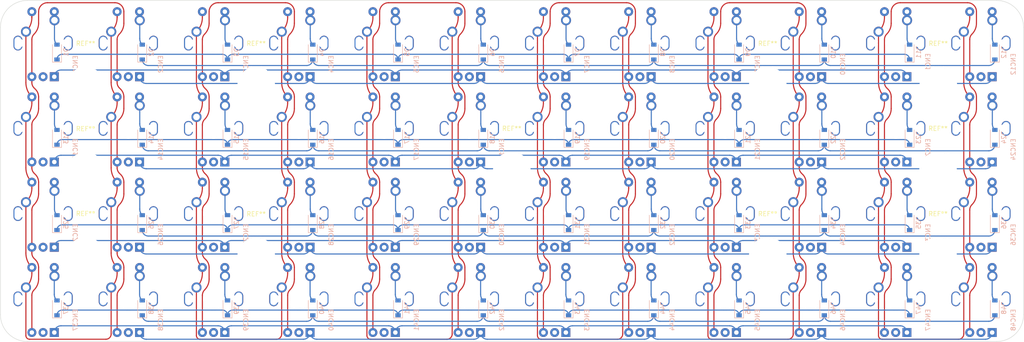
<source format=kicad_pcb>
(kicad_pcb (version 20211014) (generator pcbnew)
  (layers (0 "F.Cu" signal) (31 "B.Cu" signal) (34 "B.Paste" user) (35 "F.Paste" user) (36 "B.SilkS" user "B.Silkscreen") (37 "F.SilkS" user "F.Silkscreen") (38 "B.Mask" user) (39 "F.Mask" user) (44 "Edge.Cuts" user))
  (net 0 "")
  (net 1 "Net-(D1-Pad2)")
  (net 2 "Net-(D2-Pad2)")
  (net 3 "Net-(D3-Pad2)")
  (net 4 "Net-(D4-Pad2)")
  (net 5 "Net-(D5-Pad2)")
  (net 6 "Net-(D6-Pad2)")
  (net 7 "Net-(D7-Pad2)")
  (net 8 "Net-(D8-Pad2)")
  (net 9 "Net-(D9-Pad2)")
  (net 10 "Net-(D10-Pad2)")
  (net 11 "Net-(D11-Pad2)")
  (net 12 "Net-(D12-Pad2)")
  (net 13 "Net-(D13-Pad2)")
  (net 14 "Net-(D14-Pad2)")
  (net 15 "Net-(D15-Pad2)")
  (net 16 "Net-(D16-Pad2)")
  (net 17 "Net-(D17-Pad2)")
  (net 18 "Net-(D18-Pad2)")
  (net 19 "Net-(D19-Pad2)")
  (net 20 "Net-(D20-Pad2)")
  (net 21 "Net-(D21-Pad2)")
  (net 22 "Net-(D22-Pad2)")
  (net 23 "Net-(D23-Pad2)")
  (net 24 "Net-(D24-Pad2)")
  (net 25 "Net-(D25-Pad2)")
  (net 26 "Net-(D26-Pad2)")
  (net 27 "Net-(D27-Pad2)")
  (net 28 "Net-(D28-Pad2)")
  (net 29 "Net-(D29-Pad2)")
  (net 30 "Net-(D30-Pad2)")
  (net 31 "Net-(D31-Pad2)")
  (net 32 "Net-(D32-Pad2)")
  (net 33 "Net-(D33-Pad2)")
  (net 34 "Net-(D34-Pad2)")
  (net 35 "Net-(D35-Pad2)")
  (net 36 "Net-(D36-Pad2)")
  (net 37 "Net-(D37-Pad2)")
  (net 38 "Net-(D38-Pad2)")
  (net 39 "Net-(D39-Pad2)")
  (net 40 "Net-(D40-Pad2)")
  (net 41 "Net-(D41-Pad2)")
  (net 42 "Net-(D42-Pad2)")
  (net 43 "Net-(D43-Pad2)")
  (net 44 "Net-(D44-Pad2)")
  (net 45 "Net-(D45-Pad2)")
  (net 46 "Net-(D46-Pad2)")
  (net 47 "Net-(D47-Pad2)")
  (net 48 "Net-(D48-Pad2)")
  (net 97 "SWR0")
  (net 98 "SWR1")
  (net 99 "SWR2")
  (net 100 "SWR3")
  (net 101 "SWR4")
  (net 102 "SWR5")
  (net 103 "SWR6")
  (net 104 "SWR7")
  (net 105 "ENR0")
  (net 106 "REC0")
  (net 107 "SWC0")
  (net 108 "ENR1")
  (net 109 "REC1")
  (net 110 "SWC1")
  (net 111 "REC2")
  (net 112 "SWC2")
  (net 113 "REC3")
  (net 114 "SWC3")
  (net 115 "REC4")
  (net 116 "SWC4")
  (net 117 "REC5")
  (net 118 "SWC5")
  (net 119 "ENR2")
  (net 120 "ENR3")
  (net 121 "ENR4")
  (net 122 "ENR5")
  (net 123 "ENR6")
  (net 124 "ENR7")
  (footprint "MX_Only:MXOnly-1U-NoLED" (layer "F.Cu") (at 110 85)
    (fp_text reference "MX41")
    (fp_text value "SW_SPST")
  )
  (footprint "MountingHole:MountingHole_8.4mm_M8" (layer "F.Cu") (at 81.5 37.5)
    (fp_text reference "REF**")
    (fp_text value "MountingHole_8.4mm_M8")
  )
  (footprint "MountingHole:MountingHole_8.4mm_M8" (layer "F.Cu") (at 81.5 75.5)
    (fp_text reference "REF**")
    (fp_text value "MountingHole_8.4mm_M8")
  )
  (footprint "MX_Only:MXOnly-1U-NoLED" (layer "F.Cu") (at 53 28)
    (fp_text reference "MX2")
    (fp_text value "SW_SPST")
  )
  (footprint "MX_Only:MXOnly-1U-NoLED" (layer "F.Cu") (at 91 28)
    (fp_text reference "MX4")
    (fp_text value "SW_SPST")
  )
  (footprint "MountingHole:MountingHole_8.4mm_M8" (layer "F.Cu") (at 43.499806 75.4166)
    (fp_text reference "REF**")
    (fp_text value "MountingHole_8.4mm_M8")
  )
  (footprint "MountingHole:MountingHole_8.4mm_M8" (layer "F.Cu") (at 233.441168 56.443624)
    (fp_text reference "REF**")
    (fp_text value "MountingHole_8.4mm_M8")
  )
  (footprint "MX_Only:MXOnly-1U-NoLED" (layer "F.Cu") (at 205 47)
    (fp_text reference "MX22")
    (fp_text value "SW_SPST")
  )
  (footprint "MX_Only:MXOnly-1U-NoLED" (layer "F.Cu") (at 129 85)
    (fp_text reference "MX42")
    (fp_text value "SW_SPST")
  )
  (footprint "MX_Only:MXOnly-1U-NoLED" (layer "F.Cu") (at 167 66)
    (fp_text reference "MX32")
    (fp_text value "SW_SPST")
  )
  (footprint "MountingHole:MountingHole_8.4mm_M8" (layer "F.Cu") (at 233.5 37.5)
    (fp_text reference "REF**")
    (fp_text value "MountingHole_8.4mm_M8")
  )
  (footprint "MX_Only:MXOnly-1U-NoLED" (layer "F.Cu") (at 72 85)
    (fp_text reference "MX39")
    (fp_text value "SW_SPST")
  )
  (footprint "MX_Only:MXOnly-1U-NoLED" (layer "F.Cu") (at 167 47)
    (fp_text reference "MX20")
    (fp_text value "SW_SPST")
  )
  (footprint "MountingHole:MountingHole_8.4mm_M8" (layer "F.Cu") (at 138.453254 56.44356)
    (fp_text reference "REF**")
    (fp_text value "MountingHole_8.4mm_M8")
  )
  (footprint "MX_Only:MXOnly-1U-NoLED" (layer "F.Cu") (at 224 47)
    (fp_text reference "MX23")
    (fp_text value "SW_SPST")
  )
  (footprint "MX_Only:MXOnly-1U-NoLED" (layer "F.Cu") (at 243 85)
    (fp_text reference "MX48")
    (fp_text value "SW_SPST")
  )
  (footprint "MX_Only:MXOnly-1U-NoLED" (layer "F.Cu") (at 243 47)
    (fp_text reference "MX24")
    (fp_text value "SW_SPST")
  )
  (footprint "MX_Only:MXOnly-1U-NoLED" (layer "F.Cu") (at 129 47)
    (fp_text reference "MX18")
    (fp_text value "SW_SPST")
  )
  (footprint "MX_Only:MXOnly-1U-NoLED" (layer "F.Cu") (at 186 28)
    (fp_text reference "MX9")
    (fp_text value "SW_SPST")
  )
  (footprint "MX_Only:MXOnly-1U-NoLED" (layer "F.Cu") (at 129 66)
    (fp_text reference "MX30")
    (fp_text value "SW_SPST")
  )
  (footprint "MX_Only:MXOnly-1U-NoLED" (layer "F.Cu") (at 224 66)
    (fp_text reference "MX35")
    (fp_text value "SW_SPST")
  )
  (footprint "MountingHole:MountingHole_8.4mm_M8" (layer "F.Cu") (at 43.5 56.5)
    (fp_text reference "REF**")
    (fp_text value "MountingHole_8.4mm_M8")
  )
  (footprint "MX_Only:MXOnly-1U-NoLED" (layer "F.Cu") (at 72 66)
    (fp_text reference "MX27")
    (fp_text value "SW_SPST")
  )
  (footprint "MountingHole:MountingHole_8.4mm_M8" (layer "F.Cu") (at 43.5 37.5)
    (fp_text reference "REF**")
    (fp_text value "MountingHole_8.4mm_M8")
  )
  (footprint "MX_Only:MXOnly-1U-NoLED" (layer "F.Cu") (at 129 28)
    (fp_text reference "MX6")
    (fp_text value "SW_SPST")
  )
  (footprint "MX_Only:MXOnly-1U-NoLED" (layer "F.Cu") (at 224 85)
    (fp_text reference "MX47")
    (fp_text value "SW_SPST")
  )
  (footprint "MX_Only:MXOnly-1U-NoLED" (layer "F.Cu") (at 110 47)
    (fp_text reference "MX17")
    (fp_text value "SW_SPST")
  )
  (footprint "MX_Only:MXOnly-1U-NoLED" (layer "F.Cu") (at 53 47)
    (fp_text reference "MX14")
    (fp_text value "SW_SPST")
  )
  (footprint "MX_Only:MXOnly-1U-NoLED" (layer "F.Cu") (at 34 28)
    (fp_text reference "MX1")
    (fp_text value "SW_SPST")
  )
  (footprint "MountingHole:MountingHole_8.4mm_M8" (layer "F.Cu") (at 233.441168 75.44608)
    (fp_text reference "REF**")
    (fp_text value "MountingHole_8.4mm_M8")
  )
  (footprint "MX_Only:MXOnly-1U-NoLED" (layer "F.Cu") (at 205 85)
    (fp_text reference "MX46")
    (fp_text value "SW_SPST")
  )
  (footprint "MX_Only:MXOnly-1U-NoLED" (layer "F.Cu") (at 186 47)
    (fp_text reference "MX21")
    (fp_text value "SW_SPST")
  )
  (footprint "MX_Only:MXOnly-1U-NoLED" (layer "F.Cu") (at 53 66)
    (fp_text reference "MX26")
    (fp_text value "SW_SPST")
  )
  (footprint "MX_Only:MXOnly-1U-NoLED" (layer "F.Cu") (at 167 28)
    (fp_text reference "MX8")
    (fp_text value "SW_SPST")
  )
  (footprint "MX_Only:MXOnly-1U-NoLED" (layer "F.Cu") (at 91 47)
    (fp_text reference "MX16")
    (fp_text value "SW_SPST")
  )
  (footprint "MX_Only:MXOnly-1U-NoLED" (layer "F.Cu") (at 224 28)
    (fp_text reference "MX11")
    (fp_text value "SW_SPST")
  )
  (footprint "MX_Only:MXOnly-1U-NoLED" (layer "F.Cu") (at 243 28)
    (fp_text reference "MX12")
    (fp_text value "SW_SPST")
  )
  (footprint "MX_Only:MXOnly-1U-NoLED" (layer "F.Cu") (at 186 66)
    (fp_text reference "MX33")
    (fp_text value "SW_SPST")
  )
  (footprint "MX_Only:MXOnly-1U-NoLED" (layer "F.Cu") (at 148 66)
    (fp_text reference "MX31")
    (fp_text value "SW_SPST")
  )
  (footprint "MX_Only:MXOnly-1U-NoLED" (layer "F.Cu") (at 53 85)
    (fp_text reference "MX38")
    (fp_text value "SW_SPST")
  )
  (footprint "MX_Only:MXOnly-1U-NoLED" (layer "F.Cu") (at 243 66)
    (fp_text reference "MX36")
    (fp_text value "SW_SPST")
  )
  (footprint "MX_Only:MXOnly-1U-NoLED" (layer "F.Cu") (at 72 47)
    (fp_text reference "MX15")
    (fp_text value "SW_SPST")
  )
  (footprint "MX_Only:MXOnly-1U-NoLED" (layer "F.Cu") (at 34 85)
    (fp_text reference "MX37")
    (fp_text value "SW_SPST")
  )
  (footprint "MountingHole:MountingHole_8.4mm_M8" (layer "F.Cu") (at 195.5 37.5)
    (fp_text reference "REF**")
    (fp_text value "MountingHole_8.4mm_M8")
  )
  (footprint "MX_Only:MXOnly-1U-NoLED" (layer "F.Cu") (at 72 28)
    (fp_text reference "MX3")
    (fp_text value "SW_SPST")
  )
  (footprint "MountingHole:MountingHole_8.4mm_M8" (layer "F.Cu") (at 195.495088 75.44608)
    (fp_text reference "REF**")
    (fp_text value "MountingHole_8.4mm_M8")
  )
  (footprint "MX_Only:MXOnly-1U-NoLED" (layer "F.Cu") (at 205 66)
    (fp_text reference "MX34")
    (fp_text value "SW_SPST")
  )
  (footprint "MX_Only:MXOnly-1U-NoLED" (layer "F.Cu") (at 148 47)
    (fp_text reference "MX19")
    (fp_text value "SW_SPST")
  )
  (footprint "MX_Only:MXOnly-1U-NoLED" (layer "F.Cu") (at 34 47)
    (fp_text reference "MX13")
    (fp_text value "SW_SPST")
  )
  (footprint "MX_Only:MXOnly-1U-NoLED" (layer "F.Cu") (at 110 28)
    (fp_text reference "MX5")
    (fp_text value "SW_SPST")
  )
  (footprint "MX_Only:MXOnly-1U-NoLED" (layer "F.Cu") (at 91 85)
    (fp_text reference "MX40")
    (fp_text value "SW_SPST")
  )
  (footprint "MX_Only:MXOnly-1U-NoLED" (layer "F.Cu") (at 91 66)
    (fp_text reference "MX28")
    (fp_text value "SW_SPST")
  )
  (footprint "MX_Only:MXOnly-1U-NoLED" (layer "F.Cu") (at 186 85)
    (fp_text reference "MX45")
    (fp_text value "SW_SPST")
  )
  (footprint "MX_Only:MXOnly-1U-NoLED" (layer "F.Cu") (at 110 66)
    (fp_text reference "MX29")
    (fp_text value "SW_SPST")
  )
  (footprint "MX_Only:MXOnly-1U-NoLED" (layer "F.Cu") (at 34 66)
    (fp_text reference "MX25")
    (fp_text value "SW_SPST")
  )
  (footprint "MX_Only:MXOnly-1U-NoLED" (layer "F.Cu") (at 148 85)
    (fp_text reference "MX43")
    (fp_text value "SW_SPST")
  )
  (footprint "MX_Only:MXOnly-1U-NoLED" (layer "F.Cu") (at 167 85)
    (fp_text reference "MX44")
    (fp_text value "SW_SPST")
  )
  (footprint "MX_Only:MXOnly-1U-NoLED" (layer "F.Cu") (at 205 28)
    (fp_text reference "MX10")
    (fp_text value "SW_SPST")
  )
  (footprint "MX_Only:MXOnly-1U-NoLED" (layer "F.Cu") (at 148 28)
    (fp_text reference "MX7")
    (fp_text value "SW_SPST")
  )
  (footprint "Keebio-Parts:RotaryEncoder_Alps_EC11E-Switch_Vertical_H20mm" (layer "B.Cu") (at 243 66 90)
    (fp_text reference "ENC36")
    (fp_text value "Encoder")
  )
  (footprint "Keebio-Parts:RotaryEncoder_Alps_EC11E-Switch_Vertical_H20mm" (layer "B.Cu") (at 186 66 90)
    (fp_text reference "ENC33")
    (fp_text value "Encoder")
  )
  (footprint "Keebio-Parts:RotaryEncoder_Alps_EC11E-Switch_Vertical_H20mm" (layer "B.Cu") (at 224 28 90)
    (fp_text reference "ENC11")
    (fp_text value "Encoder")
  )
  (footprint "Keebio-Parts:RotaryEncoder_Alps_EC11E-Switch_Vertical_H20mm" (layer "B.Cu") (at 243 28 90)
    (fp_text reference "ENC12")
    (fp_text value "Encoder")
  )
  (footprint "Diode_SMD:D_SOD-123" (layer "B.Cu") (at 170.1 87 90)
    (fp_text reference "D44")
    (fp_text value "D_Small")
  )
  (footprint "Diode_SMD:D_SOD-123" (layer "B.Cu") (at 189.1 30 90)
    (fp_text reference "D9")
    (fp_text value "D_Small")
  )
  (footprint "Keebio-Parts:RotaryEncoder_Alps_EC11E-Switch_Vertical_H20mm" (layer "B.Cu") (at 34 85 90)
    (fp_text reference "ENC37")
    (fp_text value "Encoder")
  )
  (footprint "Keebio-Parts:RotaryEncoder_Alps_EC11E-Switch_Vertical_H20mm" (layer "B.Cu") (at 72 47 90)
    (fp_text reference "ENC15")
    (fp_text value "Encoder")
  )
  (footprint "Diode_SMD:D_SOD-123" (layer "B.Cu") (at 94.1 68 90)
    (fp_text reference "D28")
    (fp_text value "D_Small")
  )
  (footprint "Keebio-Parts:RotaryEncoder_Alps_EC11E-Switch_Vertical_H20mm" (layer "B.Cu") (at 167 28 90)
    (fp_text reference "ENC8")
    (fp_text value "Encoder")
  )
  (footprint "Keebio-Parts:RotaryEncoder_Alps_EC11E-Switch_Vertical_H20mm" (layer "B.Cu") (at 110 85 90)
    (fp_text reference "ENC41")
    (fp_text value "Encoder")
  )
  (footprint "Keebio-Parts:RotaryEncoder_Alps_EC11E-Switch_Vertical_H20mm" (layer "B.Cu") (at 110 47 90)
    (fp_text reference "ENC17")
    (fp_text value "Encoder")
  )
  (footprint "Diode_SMD:D_SOD-123" (layer "B.Cu") (at 94.1 30 90)
    (fp_text reference "D4")
    (fp_text value "D_Small")
  )
  (footprint "Diode_SMD:D_SOD-123" (layer "B.Cu") (at 37.1 30 90)
    (fp_text reference "D1")
    (fp_text value "D_Small")
  )
  (footprint "Keebio-Parts:RotaryEncoder_Alps_EC11E-Switch_Vertical_H20mm" (layer "B.Cu") (at 53 28 90)
    (fp_text reference "ENC2")
    (fp_text value "Encoder")
  )
  (footprint "Keebio-Parts:RotaryEncoder_Alps_EC11E-Switch_Vertical_H20mm" (layer "B.Cu") (at 224 85 90)
    (fp_text reference "ENC47")
    (fp_text value "Encoder")
  )
  (footprint "Diode_SMD:D_SOD-123" (layer "B.Cu") (at 227.1 49 90)
    (fp_text reference "D23")
    (fp_text value "D_Small")
  )
  (footprint "Keebio-Parts:RotaryEncoder_Alps_EC11E-Switch_Vertical_H20mm" (layer "B.Cu") (at 129 85 90)
    (fp_text reference "ENC42")
    (fp_text value "Encoder")
  )
  (footprint "Diode_SMD:D_SOD-123" (layer "B.Cu") (at 189.1 87 90)
    (fp_text reference "D45")
    (fp_text value "D_Small")
  )
  (footprint "Diode_SMD:D_SOD-123" (layer "B.Cu") (at 151.1 87 90)
    (fp_text reference "D43")
    (fp_text value "D_Small")
  )
  (footprint "Diode_SMD:D_SOD-123" (layer "B.Cu") (at 56.1 87 90)
    (fp_text reference "D38")
    (fp_text value "D_Small")
  )
  (footprint "Keebio-Parts:RotaryEncoder_Alps_EC11E-Switch_Vertical_H20mm" (layer "B.Cu") (at 34 66 90)
    (fp_text reference "ENC25")
    (fp_text value "Encoder")
  )
  (footprint "Keebio-Parts:RotaryEncoder_Alps_EC11E-Switch_Vertical_H20mm" (layer "B.Cu") (at 186 85 90)
    (fp_text reference "ENC45")
    (fp_text value "Encoder")
  )
  (footprint "Diode_SMD:D_SOD-123" (layer "B.Cu") (at 94.1 49 90)
    (fp_text reference "D16")
    (fp_text value "D_Small")
  )
  (footprint "Diode_SMD:D_SOD-123" (layer "B.Cu") (at 227.1 30 90)
    (fp_text reference "D11")
    (fp_text value "D_Small")
  )
  (footprint "Diode_SMD:D_SOD-123" (layer "B.Cu") (at 56.1 68 90)
    (fp_text reference "D26")
    (fp_text value "D_Small")
  )
  (footprint "Keebio-Parts:RotaryEncoder_Alps_EC11E-Switch_Vertical_H20mm" (layer "B.Cu") (at 72 28 90)
    (fp_text reference "ENC3")
    (fp_text value "Encoder")
  )
  (footprint "Diode_SMD:D_SOD-123" (layer "B.Cu") (at 37.1 49 90)
    (fp_text reference "D13")
    (fp_text value "D_Small")
  )
  (footprint "Diode_SMD:D_SOD-123" (layer "B.Cu") (at 75.1 87 90)
    (fp_text reference "D39")
    (fp_text value "D_Small")
  )
  (footprint "Diode_SMD:D_SOD-123" (layer "B.Cu") (at 113.1 30 90)
    (fp_text reference "D5")
    (fp_text value "D_Small")
  )
  (footprint "Keebio-Parts:RotaryEncoder_Alps_EC11E-Switch_Vertical_H20mm" (layer "B.Cu") (at 148 47 90)
    (fp_text reference "ENC19")
    (fp_text value "Encoder")
  )
  (footprint "Diode_SMD:D_SOD-123" (layer "B.Cu") (at 151.1 49 90)
    (fp_text reference "D19")
    (fp_text value "D_Small")
  )
  (footprint "Diode_SMD:D_SOD-123" (layer "B.Cu") (at 208.1 49 90)
    (fp_text reference "D22")
    (fp_text value "D_Small")
  )
  (footprint "Diode_SMD:D_SOD-123" (layer "B.Cu") (at 246.1 68 90)
    (fp_text reference "D36")
    (fp_text value "D_Small")
  )
  (footprint "Diode_SMD:D_SOD-123" (layer "B.Cu") (at 75.1 68 90)
    (fp_text reference "D27")
    (fp_text value "D_Small")
  )
  (footprint "Keebio-Parts:RotaryEncoder_Alps_EC11E-Switch_Vertical_H20mm" (layer "B.Cu") (at 167 66 90)
    (fp_text reference "ENC32")
    (fp_text value "Encoder")
  )
  (footprint "Diode_SMD:D_SOD-123" (layer "B.Cu") (at 189.1 49 90)
    (fp_text reference "D21")
    (fp_text value "D_Small")
  )
  (footprint "Keebio-Parts:RotaryEncoder_Alps_EC11E-Switch_Vertical_H20mm" (layer "B.Cu") (at 129 28 90)
    (fp_text reference "ENC6")
    (fp_text value "Encoder")
  )
  (footprint "Keebio-Parts:RotaryEncoder_Alps_EC11E-Switch_Vertical_H20mm" (layer "B.Cu") (at 72 85 90)
    (fp_text reference "ENC39")
    (fp_text value "Encoder")
  )
  (footprint "Diode_SMD:D_SOD-123" (layer "B.Cu") (at 56.1 49 90)
    (fp_text reference "D14")
    (fp_text value "D_Small")
  )
  (footprint "Keebio-Parts:RotaryEncoder_Alps_EC11E-Switch_Vertical_H20mm" (layer "B.Cu") (at 53 66 90)
    (fp_text reference "ENC26")
    (fp_text value "Encoder")
  )
  (footprint "Keebio-Parts:RotaryEncoder_Alps_EC11E-Switch_Vertical_H20mm" (layer "B.Cu") (at 167 85 90)
    (fp_text reference "ENC44")
    (fp_text value "Encoder")
  )
  (footprint "Keebio-Parts:RotaryEncoder_Alps_EC11E-Switch_Vertical_H20mm" (layer "B.Cu") (at 205 47 90)
    (fp_text reference "ENC22")
    (fp_text value "Encoder")
  )
  (footprint "Keebio-Parts:RotaryEncoder_Alps_EC11E-Switch_Vertical_H20mm" (layer "B.Cu") (at 243 47 90)
    (fp_text reference "ENC24")
    (fp_text value "Encoder")
  )
  (footprint "Keebio-Parts:RotaryEncoder_Alps_EC11E-Switch_Vertical_H20mm" (layer "B.Cu") (at 205 85 90)
    (fp_text reference "ENC46")
    (fp_text value "Encoder")
  )
  (footprint "Keebio-Parts:RotaryEncoder_Alps_EC11E-Switch_Vertical_H20mm" (layer "B.Cu") (at 148 85 90)
    (fp_text reference "ENC43")
    (fp_text value "Encoder")
  )
  (footprint "Keebio-Parts:RotaryEncoder_Alps_EC11E-Switch_Vertical_H20mm" (layer "B.Cu") (at 167 47 90)
    (fp_text reference "ENC20")
    (fp_text value "Encoder")
  )
  (footprint "Keebio-Parts:RotaryEncoder_Alps_EC11E-Switch_Vertical_H20mm" (layer "B.Cu") (at 224 47 90)
    (fp_text reference "ENC23")
    (fp_text value "Encoder")
  )
  (footprint "Diode_SMD:D_SOD-123" (layer "B.Cu") (at 37.1 87 90)
    (fp_text reference "D37")
    (fp_text value "D_Small")
  )
  (footprint "Keebio-Parts:RotaryEncoder_Alps_EC11E-Switch_Vertical_H20mm" (layer "B.Cu") (at 129 47 90)
    (fp_text reference "ENC18")
    (fp_text value "Encoder")
  )
  (footprint "Keebio-Parts:RotaryEncoder_Alps_EC11E-Switch_Vertical_H20mm" (layer "B.Cu") (at 34 47 90)
    (fp_text reference "ENC13")
    (fp_text value "Encoder")
  )
  (footprint "Diode_SMD:D_SOD-123" (layer "B.Cu") (at 132.1 68 90)
    (fp_text reference "D30")
    (fp_text value "D_Small")
  )
  (footprint "Keebio-Parts:RotaryEncoder_Alps_EC11E-Switch_Vertical_H20mm" (layer "B.Cu") (at 129 66 90)
    (fp_text reference "ENC30")
    (fp_text value "Encoder")
  )
  (footprint "Diode_SMD:D_SOD-123" (layer "B.Cu") (at 227.1 68 90)
    (fp_text reference "D35")
    (fp_text value "D_Small")
  )
  (footprint "Keebio-Parts:RotaryEncoder_Alps_EC11E-Switch_Vertical_H20mm" (layer "B.Cu") (at 110 66 90)
    (fp_text reference "ENC29")
    (fp_text value "Encoder")
  )
  (footprint "Diode_SMD:D_SOD-123" (layer "B.Cu") (at 208.1 30 90)
    (fp_text reference "D10")
    (fp_text value "D_Small")
  )
  (footprint "Diode_SMD:D_SOD-123" (layer "B.Cu") (at 246.1 30 90)
    (fp_text reference "D12")
    (fp_text value "D_Small")
  )
  (footprint "Diode_SMD:D_SOD-123" (layer "B.Cu") (at 132.1 49 90)
    (fp_text reference "D18")
    (fp_text value "D_Small")
  )
  (footprint "Keebio-Parts:RotaryEncoder_Alps_EC11E-Switch_Vertical_H20mm" (layer "B.Cu") (at 91 28 90)
    (fp_text reference "ENC4")
    (fp_text value "Encoder")
  )
  (footprint "Diode_SMD:D_SOD-123" (layer "B.Cu") (at 208.1 68 90)
    (fp_text reference "D34")
    (fp_text value "D_Small")
  )
  (footprint "Keebio-Parts:RotaryEncoder_Alps_EC11E-Switch_Vertical_H20mm" (layer "B.Cu") (at 34 28 90)
    (fp_text reference "ENC1")
    (fp_text value "Encoder")
  )
  (footprint "Keebio-Parts:RotaryEncoder_Alps_EC11E-Switch_Vertical_H20mm" (layer "B.Cu") (at 186 47 90)
    (fp_text reference "ENC21")
    (fp_text value "Encoder")
  )
  (footprint "Keebio-Parts:RotaryEncoder_Alps_EC11E-Switch_Vertical_H20mm" (layer "B.Cu") (at 186 28 90)
    (fp_text reference "ENC9")
    (fp_text value "Encoder")
  )
  (footprint "Keebio-Parts:RotaryEncoder_Alps_EC11E-Switch_Vertical_H20mm" (layer "B.Cu") (at 205 66 90)
    (fp_text reference "ENC34")
    (fp_text value "Encoder")
  )
  (footprint "Diode_SMD:D_SOD-123" (layer "B.Cu") (at 75.1 30 90)
    (fp_text reference "D3")
    (fp_text value "D_Small")
  )
  (footprint "Keebio-Parts:RotaryEncoder_Alps_EC11E-Switch_Vertical_H20mm" (layer "B.Cu") (at 148 28 90)
    (fp_text reference "ENC7")
    (fp_text value "Encoder")
  )
  (footprint "Keebio-Parts:RotaryEncoder_Alps_EC11E-Switch_Vertical_H20mm" (layer "B.Cu") (at 110 28 90)
    (fp_text reference "ENC5")
    (fp_text value "Encoder")
  )
  (footprint "Diode_SMD:D_SOD-123" (layer "B.Cu") (at 246.1 87 90)
    (fp_text reference "D48")
    (fp_text value "D_Small")
  )
  (footprint "Keebio-Parts:RotaryEncoder_Alps_EC11E-Switch_Vertical_H20mm" (layer "B.Cu") (at 243 85 90)
    (fp_text reference "ENC48")
    (fp_text value "Encoder")
  )
  (footprint "Diode_SMD:D_SOD-123" (layer "B.Cu") (at 151.1 68 90)
    (fp_text reference "D31")
    (fp_text value "D_Small")
  )
  (footprint "Keebio-Parts:RotaryEncoder_Alps_EC11E-Switch_Vertical_H20mm" (layer "B.Cu") (at 53 85 90)
    (fp_text reference "ENC38")
    (fp_text value "Encoder")
  )
  (footprint "Diode_SMD:D_SOD-123" (layer "B.Cu") (at 132.1 87 90)
    (fp_text reference "D42")
    (fp_text value "D_Small")
  )
  (footprint "Diode_SMD:D_SOD-123" (layer "B.Cu") (at 170.1 68 90)
    (fp_text reference "D32")
    (fp_text value "D_Small")
  )
  (footprint "Keebio-Parts:RotaryEncoder_Alps_EC11E-Switch_Vertical_H20mm" (layer "B.Cu") (at 91 85 90)
    (fp_text reference "ENC40")
    (fp_text value "Encoder")
  )
  (footprint "Diode_SMD:D_SOD-123" (layer "B.Cu") (at 37.1 68 90)
    (fp_text reference "D25")
    (fp_text value "D_Small")
  )
  (footprint "Diode_SMD:D_SOD-123" (layer "B.Cu") (at 246.1 49 90)
    (fp_text reference "D24")
    (fp_text value "D_Small")
  )
  (footprint "Diode_SMD:D_SOD-123" (layer "B.Cu") (at 113.1 87 90)
    (fp_text reference "D41")
    (fp_text value "D_Small")
  )
  (footprint "Diode_SMD:D_SOD-123" (layer "B.Cu") (at 94.1 87 90)
    (fp_text reference "D40")
    (fp_text value "D_Small")
  )
  (footprint "Keebio-Parts:RotaryEncoder_Alps_EC11E-Switch_Vertical_H20mm" (layer "B.Cu") (at 53 47 90)
    (fp_text reference "ENC14")
    (fp_text value "Encoder")
  )
  (footprint "Keebio-Parts:RotaryEncoder_Alps_EC11E-Switch_Vertical_H20mm" (layer "B.Cu") (at 91 66 90)
    (fp_text reference "ENC28")
    (fp_text value "Encoder")
  )
  (footprint "Diode_SMD:D_SOD-123" (layer "B.Cu") (at 170.1 30 90)
    (fp_text reference "D8")
    (fp_text value "D_Small")
  )
  (footprint "Keebio-Parts:RotaryEncoder_Alps_EC11E-Switch_Vertical_H20mm" (layer "B.Cu") (at 148 66 90)
    (fp_text reference "ENC31")
    (fp_text value "Encoder")
  )
  (footprint "Diode_SMD:D_SOD-123" (layer "B.Cu") (at 227.1 87 90)
    (fp_text reference "D47")
    (fp_text value "D_Small")
  )
  (footprint "Diode_SMD:D_SOD-123" (layer "B.Cu") (at 189.1 68 90)
    (fp_text reference "D33")
    (fp_text value "D_Small")
  )
  (footprint "Diode_SMD:D_SOD-123" (layer "B.Cu") (at 170.1 49 90)
    (fp_text reference "D20")
    (fp_text value "D_Small")
  )
  (footprint "Diode_SMD:D_SOD-123" (layer "B.Cu") (at 113.1 68 90)
    (fp_text reference "D29")
    (fp_text value "D_Small")
  )
  (footprint "Keebio-Parts:RotaryEncoder_Alps_EC11E-Switch_Vertical_H20mm" (layer "B.Cu") (at 72 66 90)
    (fp_text reference "ENC27")
    (fp_text value "Encoder")
  )
  (footprint "Diode_SMD:D_SOD-123" (layer "B.Cu") (at 56.1 30 90)
    (fp_text reference "D2")
    (fp_text value "D_Small")
  )
  (footprint "Diode_SMD:D_SOD-123" (layer "B.Cu") (at 75.1 49 90)
    (fp_text reference "D15")
    (fp_text value "D_Small")
  )
  (footprint "Keebio-Parts:RotaryEncoder_Alps_EC11E-Switch_Vertical_H20mm" (layer "B.Cu") (at 224 66 90)
    (fp_text reference "ENC35")
    (fp_text value "Encoder")
  )
  (footprint "Keebio-Parts:RotaryEncoder_Alps_EC11E-Switch_Vertical_H20mm" (layer "B.Cu") (at 205 28 90)
    (fp_text reference "ENC10")
    (fp_text value "Encoder")
  )
  (footprint "Diode_SMD:D_SOD-123" (layer "B.Cu") (at 113.1 49 90)
    (fp_text reference "D17")
    (fp_text value "D_Small")
  )
  (footprint "Diode_SMD:D_SOD-123" (layer "B.Cu") (at 132.1 30 90)
    (fp_text reference "D6")
    (fp_text value "D_Small")
  )
  (footprint "Diode_SMD:D_SOD-123" (layer "B.Cu") (at 151.1 30 90)
    (fp_text reference "D7")
    (fp_text value "D_Small")
  )
  (footprint "Keebio-Parts:RotaryEncoder_Alps_EC11E-Switch_Vertical_H20mm" (layer "B.Cu") (at 91 47 90)
    (fp_text reference "ENC16")
    (fp_text value "Encoder")
  )
  (footprint "Diode_SMD:D_SOD-123" (layer "B.Cu") (at 208.1 87 90)
    (fp_text reference "D46")
    (fp_text value "D_Small")
  )
  (gr_arc (start 30.5 94.5) (mid 26.257359 92.742641) (end 24.5 88.5) (layer "Edge.Cuts") (width 0.1))
  (gr_arc (start 246.5 18.5) (mid 250.742641 20.257359) (end 252.5 24.5) (layer "Edge.Cuts") (width 0.1))
  (gr_line (start 24.5 88.5) (end 24.5 24.5) (layer "Edge.Cuts") (width 0.1))
  (gr_arc (start 24.5 24.5) (mid 26.257359 20.257359) (end 30.5 18.5) (layer "Edge.Cuts") (width 0.1))
  (gr_arc (start 252.5 88.5) (mid 250.742641 92.742641) (end 246.5 94.5) (layer "Edge.Cuts") (width 0.1))
  (gr_line (start 252.5 24.5) (end 252.5 88.5) (layer "Edge.Cuts") (width 0.1))
  (gr_line (start 30.5 94.5) (end 246.5 94.5) (layer "Edge.Cuts") (width 0.1))
  (gr_line (start 30.5 18.5) (end 246.5 18.5) (layer "Edge.Cuts") (width 0.1))
  (segment (start 36.5 21) (end 36.5 22.88) (width 0.25) (layer "B.Cu") (net 1))
  (segment (start 36.54 22.92) (end 36.54 26.998041) (width 0.25) (layer "B.Cu") (net 1))
  (arc (start 36.54 26.998041) (mid 36.685538 27.729715) (end 37.1 28.35) (width 0.25) (layer "B.Cu") (net 1))
  (segment (start 55.54 22.92) (end 55.54 26.998041) (width 0.25) (layer "B.Cu") (net 2))
  (segment (start 55.5 21) (end 55.5 22.88) (width 0.25) (layer "B.Cu") (net 2))
  (arc (start 55.54 26.998041) (mid 55.685538 27.729715) (end 56.1 28.35) (width 0.25) (layer "B.Cu") (net 2))
  (segment (start 74.54 22.92) (end 74.54 26.998041) (width 0.25) (layer "B.Cu") (net 3))
  (segment (start 74.5 21) (end 74.5 22.88) (width 0.25) (layer "B.Cu") (net 3))
  (arc (start 74.54 26.998041) (mid 74.685538 27.729715) (end 75.1 28.35) (width 0.25) (layer "B.Cu") (net 3))
  (segment (start 93.54 22.92) (end 93.54 26.998041) (width 0.25) (layer "B.Cu") (net 4))
  (segment (start 93.5 21) (end 93.5 22.88) (width 0.25) (layer "B.Cu") (net 4))
  (arc (start 93.54 26.998041) (mid 93.685538 27.729715) (end 94.1 28.35) (width 0.25) (layer "B.Cu") (net 4))
  (segment (start 112.54 22.92) (end 112.54 26.998041) (width 0.25) (layer "B.Cu") (net 5))
  (segment (start 112.5 21) (end 112.5 22.88) (width 0.25) (layer "B.Cu") (net 5))
  (arc (start 112.54 26.998041) (mid 112.685538 27.729715) (end 113.1 28.35) (width 0.25) (layer "B.Cu") (net 5))
  (segment (start 131.54 22.92) (end 131.54 26.998041) (width 0.25) (layer "B.Cu") (net 6))
  (segment (start 131.5 21) (end 131.5 22.88) (width 0.25) (layer "B.Cu") (net 6))
  (arc (start 131.54 26.998041) (mid 131.685538 27.729715) (end 132.1 28.35) (width 0.25) (layer "B.Cu") (net 6))
  (segment (start 150.54 22.92) (end 150.54 26.998041) (width 0.25) (layer "B.Cu") (net 7))
  (segment (start 150.5 21) (end 150.5 22.88) (width 0.25) (layer "B.Cu") (net 7))
  (arc (start 150.54 26.998041) (mid 150.685538 27.729715) (end 151.1 28.35) (width 0.25) (layer "B.Cu") (net 7))
  (segment (start 169.54 22.92) (end 169.54 26.998041) (width 0.25) (layer "B.Cu") (net 8))
  (segment (start 169.5 21) (end 169.5 22.88) (width 0.25) (layer "B.Cu") (net 8))
  (arc (start 169.54 26.998041) (mid 169.685538 27.729715) (end 170.1 28.35) (width 0.25) (layer "B.Cu") (net 8))
  (segment (start 188.54 22.92) (end 188.54 26.998041) (width 0.25) (layer "B.Cu") (net 9))
  (segment (start 188.5 21) (end 188.5 22.88) (width 0.25) (layer "B.Cu") (net 9))
  (arc (start 188.54 26.998041) (mid 188.685538 27.729715) (end 189.1 28.35) (width 0.25) (layer "B.Cu") (net 9))
  (segment (start 207.54 22.92) (end 207.54 26.998041) (width 0.25) (layer "B.Cu") (net 10))
  (segment (start 207.5 21) (end 207.5 22.88) (width 0.25) (layer "B.Cu") (net 10))
  (arc (start 207.54 26.998041) (mid 207.685538 27.729715) (end 208.1 28.35) (width 0.25) (layer "B.Cu") (net 10))
  (segment (start 226.54 22.92) (end 226.54 26.998041) (width 0.25) (layer "B.Cu") (net 11))
  (segment (start 226.5 21) (end 226.5 22.88) (width 0.25) (layer "B.Cu") (net 11))
  (arc (start 226.54 26.998041) (mid 226.685538 27.729715) (end 227.1 28.35) (width 0.25) (layer "B.Cu") (net 11))
  (segment (start 245.54 22.92) (end 245.54 26.998041) (width 0.25) (layer "B.Cu") (net 12))
  (segment (start 245.5 21) (end 245.5 22.88) (width 0.25) (layer "B.Cu") (net 12))
  (arc (start 245.54 26.998041) (mid 245.685538 27.729715) (end 246.1 28.35) (width 0.25) (layer "B.Cu") (net 12))
  (segment (start 36.54 41.92) (end 36.54 45.998041) (width 0.25) (layer "B.Cu") (net 13))
  (segment (start 36.5 40) (end 36.5 41.88) (width 0.25) (layer "B.Cu") (net 13))
  (arc (start 36.54 45.998041) (mid 36.685538 46.729715) (end 37.1 47.35) (width 0.25) (layer "B.Cu") (net 13))
  (segment (start 55.5 40) (end 55.5 41.88) (width 0.25) (layer "B.Cu") (net 14))
  (segment (start 55.54 41.92) (end 55.54 45.998041) (width 0.25) (layer "B.Cu") (net 14))
  (arc (start 55.54 45.998041) (mid 55.685538 46.729715) (end 56.1 47.35) (width 0.25) (layer "B.Cu") (net 14))
  (segment (start 74.5 40) (end 74.5 41.88) (width 0.25) (layer "B.Cu") (net 15))
  (segment (start 74.54 41.92) (end 74.54 45.998041) (width 0.25) (layer "B.Cu") (net 15))
  (arc (start 74.54 45.998041) (mid 74.685538 46.729715) (end 75.1 47.35) (width 0.25) (layer "B.Cu") (net 15))
  (segment (start 93.5 40) (end 93.5 41.88) (width 0.25) (layer "B.Cu") (net 16))
  (segment (start 93.54 41.92) (end 93.54 45.998041) (width 0.25) (layer "B.Cu") (net 16))
  (arc (start 93.54 45.998041) (mid 93.685538 46.729715) (end 94.1 47.35) (width 0.25) (layer "B.Cu") (net 16))
  (segment (start 112.54 41.92) (end 112.54 45.998041) (width 0.25) (layer "B.Cu") (net 17))
  (segment (start 112.5 40) (end 112.5 41.88) (width 0.25) (layer "B.Cu") (net 17))
  (arc (start 112.54 45.998041) (mid 112.685538 46.729715) (end 113.1 47.35) (width 0.25) (layer "B.Cu") (net 17))
  (segment (start 131.5 40) (end 131.5 41.88) (width 0.25) (layer "B.Cu") (net 18))
  (segment (start 131.54 41.92) (end 131.54 45.998041) (width 0.25) (layer "B.Cu") (net 18))
  (arc (start 131.54 45.998041) (mid 131.685538 46.729715) (end 132.1 47.35) (width 0.25) (layer "B.Cu") (net 18))
  (segment (start 150.5 40) (end 150.5 41.88) (width 0.25) (layer "B.Cu") (net 19))
  (segment (start 150.54 41.92) (end 150.54 45.998041) (width 0.25) (layer "B.Cu") (net 19))
  (arc (start 150.54 45.998041) (mid 150.685538 46.729715) (end 151.1 47.35) (width 0.25) (layer "B.Cu") (net 19))
  (segment (start 169.5 40) (end 169.5 41.88) (width 0.25) (layer "B.Cu") (net 20))
  (segment (start 169.54 41.92) (end 169.54 45.998041) (width 0.25) (layer "B.Cu") (net 20))
  (arc (start 169.54 45.998041) (mid 169.685538 46.729715) (end 170.1 47.35) (width 0.25) (layer "B.Cu") (net 20))
  (segment (start 188.5 40) (end 188.5 41.88) (width 0.25) (layer "B.Cu") (net 21))
  (segment (start 188.54 41.92) (end 188.54 45.998041) (width 0.25) (layer "B.Cu") (net 21))
  (arc (start 188.54 45.998041) (mid 188.685538 46.729715) (end 189.1 47.35) (width 0.25) (layer "B.Cu") (net 21))
  (segment (start 207.54 41.92) (end 207.54 45.998041) (width 0.25) (layer "B.Cu") (net 22))
  (segment (start 207.5 40) (end 207.5 41.88) (width 0.25) (layer "B.Cu") (net 22))
  (arc (start 207.54 45.998041) (mid 207.685538 46.729715) (end 208.1 47.35) (width 0.25) (layer "B.Cu") (net 22))
  (segment (start 226.5 40) (end 226.5 41.88) (width 0.25) (layer "B.Cu") (net 23))
  (segment (start 226.54 41.92) (end 226.54 45.998041) (width 0.25) (layer "B.Cu") (net 23))
  (arc (start 226.54 45.998041) (mid 226.685538 46.729715) (end 227.1 47.35) (width 0.25) (layer "B.Cu") (net 23))
  (segment (start 245.5 40) (end 245.5 41.88) (width 0.25) (layer "B.Cu") (net 24))
  (segment (start 245.54 41.92) (end 245.54 45.998041) (width 0.25) (layer "B.Cu") (net 24))
  (arc (start 245.54 45.998041) (mid 245.685538 46.729715) (end 246.1 47.35) (width 0.25) (layer "B.Cu") (net 24))
  (segment (start 36.54 60.92) (end 36.54 64.998041) (width 0.25) (layer "B.Cu") (net 25))
  (segment (start 36.5 59) (end 36.5 60.88) (width 0.25) (layer "B.Cu") (net 25))
  (arc (start 36.54 64.998041) (mid 36.685538 65.729715) (end 37.1 66.35) (width 0.25) (layer "B.Cu") (net 25))
  (segment (start 55.54 60.92) (end 55.54 64.998041) (width 0.25) (layer "B.Cu") (net 26))
  (segment (start 55.5 59) (end 55.5 60.88) (width 0.25) (layer "B.Cu") (net 26))
  (arc (start 55.54 64.998041) (mid 55.685538 65.729715) (end 56.1 66.35) (width 0.25) (layer "B.Cu") (net 26))
  (segment (start 74.54 60.92) (end 74.54 64.998041) (width 0.25) (layer "B.Cu") (net 27))
  (segment (start 74.5 59) (end 74.5 60.88) (width 0.25) (layer "B.Cu") (net 27))
  (arc (start 74.54 64.998041) (mid 74.685538 65.729715) (end 75.1 66.35) (width 0.25) (layer "B.Cu") (net 27))
  (segment (start 93.5 59) (end 93.5 60.88) (width 0.25) (layer "B.Cu") (net 28))
  (segment (start 93.54 60.92) (end 93.54 64.998041) (width 0.25) (layer "B.Cu") (net 28))
  (arc (start 93.54 64.998041) (mid 93.685538 65.729715) (end 94.1 66.35) (width 0.25) (layer "B.Cu") (net 28))
  (segment (start 112.54 60.92) (end 112.54 64.998041) (width 0.25) (layer "B.Cu") (net 29))
  (segment (start 112.5 59) (end 112.5 60.88) (width 0.25) (layer "B.Cu") (net 29))
  (arc (start 112.54 64.998041) (mid 112.685538 65.729715) (end 113.1 66.35) (width 0.25) (layer "B.Cu") (net 29))
  (segment (start 131.54 60.92) (end 131.54 64.998041) (width 0.25) (layer "B.Cu") (net 30))
  (segment (start 131.5 59) (end 131.5 60.88) (width 0.25) (layer "B.Cu") (net 30))
  (arc (start 131.54 64.998041) (mid 131.685538 65.729715) (end 132.1 66.35) (width 0.25) (layer "B.Cu") (net 30))
  (segment (start 150.5 59) (end 150.5 60.88) (width 0.25) (layer "B.Cu") (net 31))
  (segment (start 150.54 60.92) (end 150.54 64.998041) (width 0.25) (layer "B.Cu") (net 31))
  (arc (start 150.54 64.998041) (mid 150.685538 65.729715) (end 151.1 66.35) (width 0.25) (layer "B.Cu") (net 31))
  (segment (start 169.5 59) (end 169.5 60.88) (width 0.25) (layer "B.Cu") (net 32))
  (segment (start 169.54 60.92) (end 169.54 64.998041) (width 0.25) (layer "B.Cu") (net 32))
  (arc (start 169.54 64.998041) (mid 169.685538 65.729715) (end 170.1 66.35) (width 0.25) (layer "B.Cu") (net 32))
  (segment (start 188.54 60.92) (end 188.54 64.998041) (width 0.25) (layer "B.Cu") (net 33))
  (segment (start 188.5 59) (end 188.5 60.88) (width 0.25) (layer "B.Cu") (net 33))
  (arc (start 188.54 64.998041) (mid 188.685538 65.729715) (end 189.1 66.35) (width 0.25) (layer "B.Cu") (net 33))
  (segment (start 207.5 59) (end 207.5 60.88) (width 0.25) (layer "B.Cu") (net 34))
  (segment (start 207.54 60.92) (end 207.54 64.998041) (width 0.25) (layer "B.Cu") (net 34))
  (arc (start 207.54 64.998041) (mid 207.685538 65.729715) (end 208.1 66.35) (width 0.25) (layer "B.Cu") (net 34))
  (segment (start 226.54 60.92) (end 226.54 64.998041) (width 0.25) (layer "B.Cu") (net 35))
  (segment (start 226.5 59) (end 226.5 60.88) (width 0.25) (layer "B.Cu") (net 35))
  (arc (start 226.54 64.998041) (mid 226.685538 65.729715) (end 227.1 66.35) (width 0.25) (layer "B.Cu") (net 35))
  (segment (start 245.5 59) (end 245.5 60.88) (width 0.25) (layer "B.Cu") (net 36))
  (segment (start 245.54 60.92) (end 245.54 64.998041) (width 0.25) (layer "B.Cu") (net 36))
  (arc (start 245.54 64.998041) (mid 245.685538 65.729715) (end 246.1 66.35) (width 0.25) (layer "B.Cu") (net 36))
  (segment (start 36.5 79.921959) (end 36.5 84) (width 0.25) (layer "B.Cu") (net 37))
  (segment (start 36.5 78) (end 36.5 79.88) (width 0.25) (layer "B.Cu") (net 37))
  (segment (start 36.46 78.001959) (end 36.46 79.881959) (width 0.25) (layer "B.Cu") (net 37))
  (arc (start 36.5 84) (mid 36.645538 84.731674) (end 37.06 85.351959) (width 0.25) (layer "B.Cu") (net 37))
  (segment (start 55.46 78.001959) (end 55.46 79.881959) (width 0.25) (layer "B.Cu") (net 38))
  (segment (start 55.5 78) (end 55.5 79.88) (width 0.25) (layer "B.Cu") (net 38))
  (segment (start 55.5 79.921959) (end 55.5 84) (width 0.25) (layer "B.Cu") (net 38))
  (arc (start 55.5 84) (mid 55.645538 84.731674) (end 56.06 85.351959) (width 0.25) (layer "B.Cu") (net 38))
  (segment (start 74.5 79.921959) (end 74.5 84) (width 0.25) (layer "B.Cu") (net 39))
  (segment (start 74.5 78) (end 74.5 79.88) (width 0.25) (layer "B.Cu") (net 39))
  (segment (start 74.46 78.001959) (end 74.46 79.881959) (width 0.25) (layer "B.Cu") (net 39))
  (arc (start 74.5 84) (mid 74.645538 84.731674) (end 75.06 85.351959) (width 0.25) (layer "B.Cu") (net 39))
  (segment (start 93.46 78.001959) (end 93.46 79.881959) (width 0.25) (layer "B.Cu") (net 40))
  (segment (start 93.5 79.921959) (end 93.5 84) (width 0.25) (layer "B.Cu") (net 40))
  (segment (start 93.5 78) (end 93.5 79.88) (width 0.25) (layer "B.Cu") (net 40))
  (arc (start 93.5 84) (mid 93.645538 84.731674) (end 94.06 85.351959) (width 0.25) (layer "B.Cu") (net 40))
  (segment (start 112.5 78) (end 112.5 79.88) (width 0.25) (layer "B.Cu") (net 41))
  (segment (start 112.5 79.921959) (end 112.5 84) (width 0.25) (layer "B.Cu") (net 41))
  (segment (start 112.46 78.001959) (end 112.46 79.881959) (width 0.25) (layer "B.Cu") (net 41))
  (arc (start 112.5 84) (mid 112.645538 84.731674) (end 113.06 85.351959) (width 0.25) (layer "B.Cu") (net 41))
  (segment (start 131.46 78.001959) (end 131.46 79.881959) (width 0.25) (layer "B.Cu") (net 42))
  (segment (start 131.5 79.921959) (end 131.5 84) (width 0.25) (layer "B.Cu") (net 42))
  (segment (start 131.5 78) (end 131.5 79.88) (width 0.25) (layer "B.Cu") (net 42))
  (arc (start 131.5 84) (mid 131.645538 84.731674) (end 132.06 85.351959) (width 0.25) (layer "B.Cu") (net 42))
  (segment (start 150.46 78.001959) (end 150.46 79.881959) (width 0.25) (layer "B.Cu") (net 43))
  (segment (start 150.5 78) (end 150.5 79.88) (width 0.25) (layer "B.Cu") (net 43))
  (segment (start 150.5 79.921959) (end 150.5 84) (width 0.25) (layer "B.Cu") (net 43))
  (arc (start 150.5 84) (mid 150.645538 84.731674) (end 151.06 85.351959) (width 0.25) (layer "B.Cu") (net 43))
  (segment (start 169.5 78) (end 169.5 79.88) (width 0.25) (layer "B.Cu") (net 44))
  (segment (start 169.46 78.001959) (end 169.46 79.881959) (width 0.25) (layer "B.Cu") (net 44))
  (segment (start 169.5 79.921959) (end 169.5 84) (width 0.25) (layer "B.Cu") (net 44))
  (arc (start 169.5 84) (mid 169.645538 84.731674) (end 170.06 85.351959) (width 0.25) (layer "B.Cu") (net 44))
  (segment (start 188.5 79.921959) (end 188.5 84) (width 0.25) (layer "B.Cu") (net 45))
  (segment (start 188.46 78.001959) (end 188.46 79.881959) (width 0.25) (layer "B.Cu") (net 45))
  (segment (start 188.5 78) (end 188.5 79.88) (width 0.25) (layer "B.Cu") (net 45))
  (arc (start 188.5 84) (mid 188.645538 84.731674) (end 189.06 85.351959) (width 0.25) (layer "B.Cu") (net 45))
  (segment (start 207.5 78) (end 207.5 79.88) (width 0.25) (layer "B.Cu") (net 46))
  (segment (start 207.5 79.921959) (end 207.5 84) (width 0.25) (layer "B.Cu") (net 46))
  (segment (start 207.46 78.001959) (end 207.46 79.881959) (width 0.25) (layer "B.Cu") (net 46))
  (arc (start 207.5 84) (mid 207.645538 84.731674) (end 208.06 85.351959) (width 0.25) (layer "B.Cu") (net 46))
  (segment (start 226.46 78.001959) (end 226.46 79.881959) (width 0.25) (layer "B.Cu") (net 47))
  (segment (start 226.5 79.921959) (end 226.5 84) (width 0.25) (layer "B.Cu") (net 47))
  (segment (start 226.5 78) (end 226.5 79.88) (width 0.25) (layer "B.Cu") (net 47))
  (arc (start 226.5 84) (mid 226.645538 84.731674) (end 227.06 85.351959) (width 0.25) (layer "B.Cu") (net 47))
  (segment (start 245.46 78.001959) (end 245.46 79.881959) (width 0.25) (layer "B.Cu") (net 48))
  (segment (start 245.5 79.921959) (end 245.5 84) (width 0.25) (layer "B.Cu") (net 48))
  (segment (start 245.5 78) (end 245.5 79.88) (width 0.25) (layer "B.Cu") (net 48))
  (arc (start 245.5 84) (mid 245.645538 84.731674) (end 246.06 85.351959) (width 0.25) (layer "B.Cu") (net 48))
  (segment (start 38.25 30.5) (end 73.95 30.5) (width 0.25) (layer "B.Cu") (net 97))
  (segment (start 114.25 30.5) (end 149.95 30.5) (width 0.25) (layer "B.Cu") (net 97))
  (segment (start 190.25 30.5) (end 225.95 30.5) (width 0.25) (layer "B.Cu") (net 97))
  (segment (start 152.25 30.5) (end 187.95 30.5) (width 0.25) (layer "B.Cu") (net 97))
  (segment (start 76.25 30.5) (end 111.95 30.5) (width 0.25) (layer "B.Cu") (net 97))
  (arc (start 151.1 31.65) (mid 151.436827 30.836827) (end 152.25 30.5) (width 0.25) (layer "B.Cu") (net 97))
  (arc (start 75.1 31.65) (mid 75.436827 30.836827) (end 76.25 30.5) (width 0.25) (layer "B.Cu") (net 97))
  (arc (start 189.1 31.65) (mid 189.436827 30.836827) (end 190.25 30.5) (width 0.25) (layer "B.Cu") (net 97))
  (arc (start 73.95 30.5) (mid 74.763173 30.836827) (end 75.1 31.65) (width 0.25) (layer "B.Cu") (net 97))
  (arc (start 225.95 30.5) (mid 226.763173 30.836827) (end 227.1 31.65) (width 0.25) (layer "B.Cu") (net 97))
  (arc (start 113.1 31.65) (mid 113.436827 30.836827) (end 114.25 30.5) (width 0.25) (layer "B.Cu") (net 97))
  (arc (start 187.95 30.5) (mid 188.763173 30.836827) (end 189.1 31.65) (width 0.25) (layer "B.Cu") (net 97))
  (arc (start 149.95 30.5) (mid 150.763173 30.836827) (end 151.1 31.65) (width 0.25) (layer "B.Cu") (net 97))
  (arc (start 111.95 30.5) (mid 112.763173 30.836827) (end 113.1 31.65) (width 0.25) (layer "B.Cu") (net 97))
  (arc (start 37.1 31.65) (mid 37.436827 30.836827) (end 38.25 30.5) (width 0.25) (layer "B.Cu") (net 97))
  (segment (start 92.75 33) (end 57.45 33) (width 0.25) (layer "B.Cu") (net 98))
  (segment (start 130.75 33) (end 95.45 33) (width 0.25) (layer "B.Cu") (net 98))
  (segment (start 168.75 33) (end 133.45 33) (width 0.25) (layer "B.Cu") (net 98))
  (segment (start 244.75 33) (end 209.45 33) (width 0.25) (layer "B.Cu") (net 98))
  (segment (start 206.75 33) (end 171.45 33) (width 0.25) (layer "B.Cu") (net 98))
  (arc (start 132.1 31.65) (mid 131.704594 32.604594) (end 130.75 33) (width 0.25) (layer "B.Cu") (net 98))
  (arc (start 133.45 33) (mid 132.495406 32.604594) (end 132.1 31.65) (width 0.25) (layer "B.Cu") (net 98))
  (arc (start 170.1 31.65) (mid 169.704594 32.604594) (end 168.75 33) (width 0.25) (layer "B.Cu") (net 98))
  (arc (start 209.45 33) (mid 208.495406 32.604594) (end 208.1 31.65) (width 0.25) (layer "B.Cu") (net 98))
  (arc (start 171.45 33) (mid 170.495406 32.604594) (end 170.1 31.65) (width 0.25) (layer "B.Cu") (net 98))
  (arc (start 94.1 31.65) (mid 93.704594 32.604594) (end 92.75 33) (width 0.25) (layer "B.Cu") (net 98))
  (arc (start 208.1 31.65) (mid 207.704594 32.604594) (end 206.75 33) (width 0.25) (layer "B.Cu") (net 98))
  (arc (start 57.45 33) (mid 56.495406 32.604594) (end 56.1 31.65) (width 0.25) (layer "B.Cu") (net 98))
  (arc (start 95.45 33) (mid 94.495406 32.604594) (end 94.1 31.65) (width 0.25) (layer "B.Cu") (net 98))
  (arc (start 246.1 31.65) (mid 245.704594 32.604594) (end 244.75 33) (width 0.25) (layer "B.Cu") (net 98))
  (segment (start 76.25 49.5) (end 111.95 49.5) (width 0.25) (layer "B.Cu") (net 99))
  (segment (start 152.25 49.5) (end 187.95 49.5) (width 0.25) (layer "B.Cu") (net 99))
  (segment (start 114.25 49.5) (end 149.95 49.5) (width 0.25) (layer "B.Cu") (net 99))
  (segment (start 38.25 49.5) (end 73.95 49.5) (width 0.25) (layer "B.Cu") (net 99))
  (segment (start 190.25 49.5) (end 225.95 49.5) (width 0.25) (layer "B.Cu") (net 99))
  (arc (start 75.1 50.65) (mid 75.436827 49.836827) (end 76.25 49.5) (width 0.25) (layer "B.Cu") (net 99))
  (arc (start 37.1 50.65) (mid 37.436827 49.836827) (end 38.25 49.5) (width 0.25) (layer "B.Cu") (net 99))
  (arc (start 73.95 49.5) (mid 74.763173 49.836827) (end 75.1 50.65) (width 0.25) (layer "B.Cu") (net 99))
  (arc (start 189.1 50.65) (mid 189.436827 49.836827) (end 190.25 49.5) (width 0.25) (layer "B.Cu") (net 99))
  (arc (start 111.95 49.5) (mid 112.763173 49.836827) (end 113.1 50.65) (width 0.25) (layer "B.Cu") (net 99))
  (arc (start 187.95 49.5) (mid 188.763173 49.836827) (end 189.1 50.65) (width 0.25) (layer "B.Cu") (net 99))
  (arc (start 225.95 49.5) (mid 226.763173 49.836827) (end 227.1 50.65) (width 0.25) (layer "B.Cu") (net 99))
  (arc (start 149.95 49.5) (mid 150.763173 49.836827) (end 151.1 50.65) (width 0.25) (layer "B.Cu") (net 99))
  (arc (start 113.1 50.65) (mid 113.436827 49.836827) (end 114.25 49.5) (width 0.25) (layer "B.Cu") (net 99))
  (arc (start 151.1 50.65) (mid 151.436827 49.836827) (end 152.25 49.5) (width 0.25) (layer "B.Cu") (net 99))
  (segment (start 168.75 52) (end 133.45 52) (width 0.25) (layer "B.Cu") (net 100))
  (segment (start 206.75 52) (end 171.45 52) (width 0.25) (layer "B.Cu") (net 100))
  (segment (start 130.75 52) (end 95.45 52) (width 0.25) (layer "B.Cu") (net 100))
  (segment (start 92.75 52) (end 57.45 52) (width 0.25) (layer "B.Cu") (net 100))
  (segment (start 244.75 52) (end 209.45 52) (width 0.25) (layer "B.Cu") (net 100))
  (arc (start 57.45 52) (mid 56.495406 51.604594) (end 56.1 50.65) (width 0.25) (layer "B.Cu") (net 100))
  (arc (start 209.45 52) (mid 208.495406 51.604594) (end 208.1 50.65) (width 0.25) (layer "B.Cu") (net 100))
  (arc (start 208.1 50.65) (mid 207.704594 51.604594) (end 206.75 52) (width 0.25) (layer "B.Cu") (net 100))
  (arc (start 133.45 52) (mid 132.495406 51.604594) (end 132.1 50.65) (width 0.25) (layer "B.Cu") (net 100))
  (arc (start 132.1 50.65) (mid 131.704594 51.604594) (end 130.75 52) (width 0.25) (layer "B.Cu") (net 100))
  (arc (start 170.1 50.65) (mid 169.704594 51.604594) (end 168.75 52) (width 0.25) (layer "B.Cu") (net 100))
  (arc (start 95.45 52) (mid 94.495406 51.604594) (end 94.1 50.65) (width 0.25) (layer "B.Cu") (net 100))
  (arc (start 246.1 50.65) (mid 245.704594 51.604594) (end 244.75 52) (width 0.25) (layer "B.Cu") (net 100))
  (arc (start 171.45 52) (mid 170.495406 51.604594) (end 170.1 50.65) (width 0.25) (layer "B.Cu") (net 100))
  (arc (start 94.1 50.65) (mid 93.704594 51.604594) (end 92.75 52) (width 0.25) (layer "B.Cu") (net 100))
  (segment (start 38.25 68.5) (end 73.95 68.5) (width 0.25) (layer "B.Cu") (net 101))
  (segment (start 190.25 68.5) (end 225.95 68.5) (width 0.25) (layer "B.Cu") (net 101))
  (segment (start 152.25 68.5) (end 187.95 68.5) (width 0.25) (layer "B.Cu") (net 101))
  (segment (start 76.25 68.5) (end 111.95 68.5) (width 0.25) (layer "B.Cu") (net 101))
  (segment (start 114.25 68.5) (end 149.95 68.5) (width 0.25) (layer "B.Cu") (net 101))
  (arc (start 111.95 68.5) (mid 112.763173 68.836827) (end 113.1 69.65) (width 0.25) (layer "B.Cu") (net 101))
  (arc (start 149.95 68.5) (mid 150.763173 68.836827) (end 151.1 69.65) (width 0.25) (layer "B.Cu") (net 101))
  (arc (start 113.1 69.65) (mid 113.436827 68.836827) (end 114.25 68.5) (width 0.25) (layer "B.Cu") (net 101))
  (arc (start 151.1 69.65) (mid 151.436827 68.836827) (end 152.25 68.5) (width 0.25) (layer "B.Cu") (net 101))
  (arc (start 37.1 69.65) (mid 37.436827 68.836827) (end 38.25 68.5) (width 0.25) (layer "B.Cu") (net 101))
  (arc (start 187.95 68.5) (mid 188.763173 68.836827) (end 189.1 69.65) (width 0.25) (layer "B.Cu") (net 101))
  (arc (start 75.1 69.65) (mid 75.436827 68.836827) (end 76.25 68.5) (width 0.25) (layer "B.Cu") (net 101))
  (arc (start 225.95 68.5) (mid 226.763173 68.836827) (end 227.1 69.65) (width 0.25) (layer "B.Cu") (net 101))
  (arc (start 189.1 69.65) (mid 189.436827 68.836827) (end 190.25 68.5) (width 0.25) (layer "B.Cu") (net 101))
  (arc (start 73.95 68.5) (mid 74.763173 68.836827) (end 75.1 69.65) (width 0.25) (layer "B.Cu") (net 101))
  (segment (start 244.75 71) (end 209.45 71) (width 0.25) (layer "B.Cu") (net 102))
  (segment (start 130.75 71) (end 95.45 71) (width 0.25) (layer "B.Cu") (net 102))
  (segment (start 92.75 71) (end 57.45 71) (width 0.25) (layer "B.Cu") (net 102))
  (segment (start 168.75 71) (end 133.45 71) (width 0.25) (layer "B.Cu") (net 102))
  (segment (start 206.75 71) (end 171.45 71) (width 0.25) (layer "B.Cu") (net 102))
  (arc (start 132.1 69.65) (mid 131.704594 70.604594) (end 130.75 71) (width 0.25) (layer "B.Cu") (net 102))
  (arc (start 133.45 71) (mid 132.495406 70.604594) (end 132.1 69.65) (width 0.25) (layer "B.Cu") (net 102))
  (arc (start 171.45 71) (mid 170.495406 70.604594) (end 170.1 69.65) (width 0.25) (layer "B.Cu") (net 102))
  (arc (start 246.1 69.65) (mid 245.704594 70.604594) (end 244.75 71) (width 0.25) (layer "B.Cu") (net 102))
  (arc (start 170.1 69.65) (mid 169.704594 70.604594) (end 168.75 71) (width 0.25) (layer "B.Cu") (net 102))
  (arc (start 208.1 69.65) (mid 207.704594 70.604594) (end 206.75 71) (width 0.25) (layer "B.Cu") (net 102))
  (arc (start 209.45 71) (mid 208.495406 70.604594) (end 208.1 69.65) (width 0.25) (layer "B.Cu") (net 102))
  (arc (start 95.45 71) (mid 94.495406 70.604594) (end 94.1 69.65) (width 0.25) (layer "B.Cu") (net 102))
  (arc (start 94.1 69.65) (mid 93.704594 70.604594) (end 92.75 71) (width 0.25) (layer "B.Cu") (net 102))
  (arc (start 57.45 71) (mid 56.495406 70.604594) (end 56.1 69.65) (width 0.25) (layer "B.Cu") (net 102))
  (segment (start 190.25 87.5) (end 225.95 87.5) (width 0.25) (layer "B.Cu") (net 103))
  (segment (start 76.25 87.5) (end 111.95 87.5) (width 0.25) (layer "B.Cu") (net 103))
  (segment (start 152.25 87.5) (end 187.95 87.5) (width 0.25) (layer "B.Cu") (net 103))
  (segment (start 114.25 87.5) (end 149.95 87.5) (width 0.25) (layer "B.Cu") (net 103))
  (segment (start 38.25 87.5) (end 73.95 87.5) (width 0.25) (layer "B.Cu") (net 103))
  (arc (start 73.95 87.5) (mid 74.763173 87.836827) (end 75.1 88.65) (width 0.25) (layer "B.Cu") (net 103))
  (arc (start 187.95 87.5) (mid 188.763173 87.836827) (end 189.1 88.65) (width 0.25) (layer "B.Cu") (net 103))
  (arc (start 113.1 88.65) (mid 113.436827 87.836827) (end 114.25 87.5) (width 0.25) (layer "B.Cu") (net 103))
  (arc (start 189.1 88.65) (mid 189.436827 87.836827) (end 190.25 87.5) (width 0.25) (layer "B.Cu") (net 103))
  (arc (start 111.95 87.5) (mid 112.763173 87.836827) (end 113.1 88.65) (width 0.25) (layer "B.Cu") (net 103))
  (arc (start 149.95 87.5) (mid 150.763173 87.836827) (end 151.1 88.65) (width 0.25) (layer "B.Cu") (net 103))
  (arc (start 37.1 88.65) (mid 37.436827 87.836827) (end 38.25 87.5) (width 0.25) (layer "B.Cu") (net 103))
  (arc (start 225.95 87.5) (mid 226.763173 87.836827) (end 227.1 88.65) (width 0.25) (layer "B.Cu") (net 103))
  (arc (start 151.1 88.65) (mid 151.436827 87.836827) (end 152.25 87.5) (width 0.25) (layer "B.Cu") (net 103))
  (arc (start 75.1 88.65) (mid 75.436827 87.836827) (end 76.25 87.5) (width 0.25) (layer "B.Cu") (net 103))
  (segment (start 206.75 90) (end 171.45 90) (width 0.25) (layer "B.Cu") (net 104))
  (segment (start 168.75 90) (end 133.45 90) (width 0.25) (layer "B.Cu") (net 104))
  (segment (start 92.75 90) (end 57.45 90) (width 0.25) (layer "B.Cu") (net 104))
  (segment (start 130.75 90) (end 95.45 90) (width 0.25) (layer "B.Cu") (net 104))
  (segment (start 244.75 90) (end 209.45 90) (width 0.25) (layer "B.Cu") (net 104))
  (arc (start 208.1 88.65) (mid 207.704594 89.604594) (end 206.75 90) (width 0.25) (layer "B.Cu") (net 104))
  (arc (start 209.45 90) (mid 208.495406 89.604594) (end 208.1 88.65) (width 0.25) (layer "B.Cu") (net 104))
  (arc (start 95.45 90) (mid 94.495406 89.604594) (end 94.1 88.65) (width 0.25) (layer "B.Cu") (net 104))
  (arc (start 94.1 88.65) (mid 93.704594 89.604594) (end 92.75 90) (width 0.25) (layer "B.Cu") (net 104))
  (arc (start 170.1 88.65) (mid 169.704594 89.604594) (end 168.75 90) (width 0.25) (layer "B.Cu") (net 104))
  (arc (start 246.1 88.65) (mid 245.704594 89.604594) (end 244.75 90) (width 0.25) (layer "B.Cu") (net 104))
  (arc (start 133.45 90) (mid 132.495406 89.604594) (end 132.1 88.65) (width 0.25) (layer "B.Cu") (net 104))
  (arc (start 57.45 90) (mid 56.495406 89.604594) (end 56.1 88.65) (width 0.25) (layer "B.Cu") (net 104))
  (arc (start 132.1 88.65) (mid 131.704594 89.604594) (end 130.75 90) (width 0.25) (layer "B.Cu") (net 104))
  (arc (start 171.45 90) (mid 170.495406 89.604594) (end 170.1 88.65) (width 0.25) (layer "B.Cu") (net 104))
  (segment (start 114 34) (end 149 34) (width 0.25) (layer "B.Cu") (net 105))
  (segment (start 152 34) (end 187 34) (width 0.25) (layer "B.Cu") (net 105))
  (segment (start 38 34) (end 73 34) (width 0.25) (layer "B.Cu") (net 105))
  (segment (start 190 34) (end 225 34) (width 0.25) (layer "B.Cu") (net 105))
  (segment (start 76 34) (end 111 34) (width 0.25) (layer "B.Cu") (net 105))
  (arc (start 73 34) (mid 74.06066 34.43934) (end 74.5 35.5) (width 0.25) (layer "B.Cu") (net 105))
  (arc (start 36.5 35.5) (mid 36.93934 34.43934) (end 38 34) (width 0.25) (layer "B.Cu") (net 105))
  (arc (start 150.5 35.5) (mid 150.93934 34.43934) (end 152 34) (width 0.25) (layer "B.Cu") (net 105))
  (arc (start 74.5 35.5) (mid 74.93934 34.43934) (end 76 34) (width 0.25) (layer "B.Cu") (net 105))
  (arc (start 112.5 35.5) (mid 112.93934 34.43934) (end 114 34) (width 0.25) (layer "B.Cu") (net 105))
  (arc (start 225 34) (mid 226.06066 34.43934) (end 226.5 35.5) (width 0.25) (layer "B.Cu") (net 105))
  (arc (start 187 34) (mid 188.06066 34.43934) (end 188.5 35.5) (width 0.25) (layer "B.Cu") (net 105))
  (arc (start 188.5 35.5) (mid 188.93934 34.43934) (end 190 34) (width 0.25) (layer "B.Cu") (net 105))
  (arc (start 149 34) (mid 150.06066 34.43934) (end 150.5 35.5) (width 0.25) (layer "B.Cu") (net 105))
  (arc (start 111 34) (mid 112.06066 34.43934) (end 112.5 35.5) (width 0.25) (layer "B.Cu") (net 105))
  (segment (start 31.5 36.792894) (end 31.5 35.5) (width 0.25) (layer "F.Cu") (net 106))
  (segment (start 50.5 73.5) (end 50.5 65.207106) (width 0.25) (layer "F.Cu") (net 106))
  (segment (start 32.292893 76.292893) (end 32 76) (width 0.25) (layer "F.Cu") (net 106))
  (segment (start 33 23.585787) (end 33 21) (width 0.25) (layer "F.Cu") (net 106))
  (segment (start 31.5 35.5) (end 31.5 27.207106) (width 0.25) (layer "F.Cu") (net 106))
  (segment (start 35 19) (end 50 19) (width 0.25) (layer "F.Cu") (net 106))
  (segment (start 51.292893 76.292893) (end 51 76) (width 0.25) (layer "F.Cu") (net 106))
  (segment (start 52 42.585787) (end 52 40) (width 0.25) (layer "F.Cu") (net 106))
  (segment (start 50.5 27.207106) (end 50.5 35.5) (width 0.25) (layer "F.Cu") (net 106))
  (segment (start 50.5 55.792894) (end 50.5 54.5) (width 0.25) (layer "F.Cu") (net 106))
  (segment (start 33 42.585787) (end 33 40) (width 0.25) (layer "F.Cu") (net 106))
  (segment (start 51.292893 38.292893) (end 51 38) (width 0.25) (layer "F.Cu") (net 106))
  (segment (start 51.292893 57.292893) (end 51 57) (width 0.25) (layer "F.Cu") (net 106))
  (segment (start 32.292893 38.292893) (end 32 38) (width 0.25) (layer "F.Cu") (net 106))
  (segment (start 50.5 74.792894) (end 50.5 73.5) (width 0.25) (layer "F.Cu") (net 106))
  (segment (start 52 21) (end 52 23.585787) (width 0.25) (layer "F.Cu") (net 106))
  (segment (start 31.5 54.5) (end 31.5 46.207106) (width 0.25) (layer "F.Cu") (net 106))
  (segment (start 31.5 92.5) (end 31.5 84.207106) (width 0.25) (layer "F.Cu") (net 106))
  (segment (start 52 80.585787) (end 52 78) (width 0.25) (layer "F.Cu") (net 106))
  (segment (start 50.5 54.5) (end 50.5 46.207106) (width 0.25) (layer "F.Cu") (net 106))
  (segment (start 50.5 92.5) (end 50.5 84.207106) (width 0.25) (layer "F.Cu") (net 106))
  (segment (start 52 61.585787) (end 52 59) (width 0.25) (layer "F.Cu") (net 106))
  (segment (start 31.5 73.5) (end 31.5 65.207106) (width 0.25) (layer "F.Cu") (net 106))
  (segment (start 32.292893 57.292893) (end 32 57) (width 0.25) (layer "F.Cu") (net 106))
  (segment (start 31.5 55.792894) (end 31.5 54.5) (width 0.25) (layer "F.Cu") (net 106))
  (segment (start 31.5 74.792894) (end 31.5 73.5) (width 0.25) (layer "F.Cu") (net 106))
  (segment (start 33 80.585787) (end 33 78) (width 0.25) (layer "F.Cu") (net 106))
  (segment (start 33 61.585787) (end 33 59) (width 0.25) (layer "F.Cu") (net 106))
  (segment (start 50.5 36.792894) (end 50.5 35.5) (width 0.25) (layer "F.Cu") (net 106))
  (arc (start 50.5 84.207106) (mid 50.629946 83.553825) (end 51 83) (width 0.25) (layer "F.Cu") (net 106))
  (arc (start 51 76) (mid 50.629946 75.446175) (end 50.5 74.792894) (width 0.25) (layer "F.Cu") (net 106))
  (arc (start 31.5 65.207106) (mid 31.629946 64.553825) (end 32 64) (width 0.25) (layer "F.Cu") (net 106))
  (arc (start 52 59) (mid 51.816229 58.07612) (end 51.292893 57.292893) (width 0.25) (layer "F.Cu") (net 106))
  (arc (start 32 83) (mid 32.740108 81.89235) (end 33 80.585787) (width 0.25) (layer "F.Cu") (net 106))
  (arc (start 51 57) (mid 50.629946 56.446175) (end 50.5 55.792894) (width 0.25) (layer "F.Cu") (net 106))
  (arc (start 33 40) (mid 32.816229 39.07612) (end 32.292893 38.292893) (width 0.25) (layer "F.Cu") (net 106))
  (arc (start 32 38) (mid 31.629946 37.446175) (end 31.5 36.792894) (width 0.25) (layer "F.Cu") (net 106))
  (arc (start 52 40) (mid 51.816229 39.07612) (end 51.292893 38.292893) (width 0.25) (layer "F.Cu") (net 106))
  (arc (start 31.5 84.207106) (mid 31.629946 83.553825) (end 32 83) (width 0.25) (layer "F.Cu") (net 106))
  (arc (start 32 57) (mid 31.629946 56.446175) (end 31.5 55.792894) (width 0.25) (layer "F.Cu") (net 106))
  (arc (start 51 45) (mid 51.740108 43.89235) (end 52 42.585787) (width 0.25) (layer "F.Cu") (net 106))
  (arc (start 33 59) (mid 32.816229 58.07612) (end 32.292893 57.292893) (width 0.25) (layer "F.Cu") (net 106))
  (arc (start 51 26) (mid 50.629946 26.553825) (end 50.5 27.207106) (width 0.25) (layer "F.Cu") (net 106))
  (arc (start 51 38) (mid 50.629946 37.446175) (end 50.5 36.792894) (width 0.25) (layer "F.Cu") (net 106))
  (arc (start 32 64) (mid 32.740108 62.89235) (end 33 61.585787) (width 0.25) (layer "F.Cu") (net 106))
  (arc (start 51 83) (mid 51.740108 81.89235) (end 52 80.585787) (width 0.25) (layer "F.Cu") (net 106))
  (arc (start 32 76) (mid 31.629946 75.446175) (end 31.5 74.792894) (width 0.25) (layer "F.Cu") (net 106))
  (arc (start 32 26) (mid 32.740108 24.89235) (end 33 23.585787) (width 0.25) (layer "F.Cu") (net 106))
  (arc (start 52 78) (mid 51.816229 77.07612) (end 51.292893 76.292893) (width 0.25) (layer "F.Cu") (net 106))
  (arc (start 33 21) (mid 33.585786 19.585786) (end 35 19) (width 0.25) (layer "F.Cu") (net 106))
  (arc (start 32 45) (mid 32.740108 43.89235) (end 33 42.585787) (width 0.25) (layer "F.Cu") (net 106))
  (arc (start 51 64) (mid 51.740108 62.89235) (end 52 61.585787) (width 0.25) (layer "F.Cu") (net 106))
  (arc (start 31.5 27.207106) (mid 31.629946 26.553825) (end 32 26) (width 0.25) (layer "F.Cu") (net 106))
  (arc (start 31.5 46.207106) (mid 31.629946 45.553825) (end 32 45) (width 0.25) (layer "F.Cu") (net 106))
  (arc (start 50.5 65.207106) (mid 50.629946 64.553825) (end 51 64) (width 0.25) (layer "F.Cu") (net 106))
  (arc (start 52 23.585787) (mid 51.740108 24.89235) (end 51 26) (width 0.25) (layer "F.Cu") (net 106))
  (arc (start 33 78) (mid 32.816229 77.07612) (end 32.292893 76.292893) (width 0.25) (layer "F.Cu") (net 106))
  (arc (start 50 19) (mid 51.414214 19.585786) (end 52 21) (width 0.25) (layer "F.Cu") (net 106))
  (arc (start 50.5 46.207106) (mid 50.629946 45.553825) (end 51 45) (width 0.25) (layer "F.Cu") (net 106))
  (segment (start 49.16996 92.83004) (end 49.16996 82.50838) (width 0.25) (layer "F.Cu") (net 107))
  (segment (start 30.16996 36.789) (end 30.16996 25.50838) (width 0.25) (layer "F.Cu") (net 107))
  (segment (start 50.5 78) (end 50.5 79.297381) (width 0.25) (layer "F.Cu") (net 107))
  (segment (start 49.16996 36.789) (end 49.16996 25.50838) (width 0.25) (layer "F.Cu") (net 107))
  (segment (start 30.16996 82.50838) (end 30.16996 93.16996) (width 0.25) (layer "F.Cu") (net 107))
  (segment (start 31.5 21) (end 31.5 22.297381) (width 0.25) (layer "F.Cu") (net 107))
  (segment (start 31 94) (end 48 94) (width 0.25) (layer "F.Cu") (net 107))
  (segment (start 31.5 59) (end 31.5 60.297381) (width 0.25) (layer "F.Cu") (net 107))
  (segment (start 30.16996 74.789) (end 30.16996 63.50838) (width 0.25) (layer "F.Cu") (net 107))
  (segment (start 50.5 59) (end 50.5 60.297381) (width 0.25) (layer "F.Cu") (net 107))
  (segment (start 49.16996 55.789) (end 49.16996 44.50838) (width 0.25) (layer "F.Cu") (net 107))
  (segment (start 50.5 21) (end 50.5 22.297381) (width 0.25) (layer "F.Cu") (net 107))
  (segment (start 50.5 21) (end 50.5 22.297381) (width 0.25) (layer "F.Cu") (net 107))
  (segment (start 49.16996 74.789) (end 49.16996 63.50838) (width 0.25) (layer "F.Cu") (net 107))
  (segment (start 31.5 21) (end 31.5 22.297381) (width 0.25) (layer "F.Cu") (net 107))
  (segment (start 30.16996 55.789) (end 30.16996 44.50838) (width 0.25) (layer "F.Cu") (net 107))
  (segment (start 31.5 78) (end 31.5 79.297381) (width 0.25) (layer "F.Cu") (net 107))
  (segment (start 50.5 40) (end 50.5 41.297381) (width 0.25) (layer "F.Cu") (net 107))
  (segment (start 31.5 40) (end 31.5 41.297381) (width 0.25) (layer "F.Cu") (net 107))
  (arc (start 50.5 59) (mid 49.515627 57.526782) (end 49.16996 55.789) (width 0.25) (layer "F.Cu") (net 107))
  (arc (start 31.5 78) (mid 30.515627 76.526782) (end 30.16996 74.789) (width 0.25) (layer "F.Cu") (net 107))
  (arc (start 50.5 40) (mid 49.515627 38.526782) (end 49.16996 36.789) (width 0.25) (layer "F.Cu") (net 107))
  (arc (start 31.5 60.297381) (mid 31.159542 62.008978) (end 30.19 63.46) (width 0.25) (layer "F.Cu") (net 107))
  (arc (start 30.16996 93.16996) (mid 30.413073 93.756887) (end 31 94) (width 0.25) (layer "F.Cu") (net 107))
  (arc (start 31.5 79.297381) (mid 31.159542 81.008978) (end 30.19 82.46) (width 0.25) (layer "F.Cu") (net 107))
  (arc (start 50.5 41.297381) (mid 50.159542 43.008978) (end 49.19 44.46) (width 0.25) (layer "F.Cu") (net 107))
  (arc (start 31.5 40) (mid 30.515627 38.526782) (end 30.16996 36.789) (width 0.25) (layer "F.Cu") (net 107))
  (arc (start 31.5 22.297381) (mid 31.159542 24.008978) (end 30.19 25.46) (width 0.25) (layer "F.Cu") (net 107))
  (arc (start 48 94) (mid 48.827287 93.657327) (end 49.16996 92.83004) (width 0.25) (layer "F.Cu") (net 107))
  (arc (start 50.5 78) (mid 49.515627 76.526782) (end 49.16996 74.789) (width 0.25) (layer "F.Cu") (net 107))
  (arc (start 50.5 22.297381) (mid 50.159542 24.008978) (end 49.19 25.46) (width 0.25) (layer "F.Cu") (net 107))
  (arc (start 50.5 60.297381) (mid 50.159542 62.008978) (end 49.19 63.46) (width 0.25) (layer "F.Cu") (net 107))
  (arc (start 31.5 59) (mid 30.515627 57.526782) (end 30.16996 55.789) (width 0.25) (layer "F.Cu") (net 107))
  (arc (start 50.5 79.297381) (mid 50.159542 81.008978) (end 49.19 82.46) (width 0.25) (layer "F.Cu") (net 107))
  (arc (start 31.5 41.297381) (mid 31.159542 43.008978) (end 30.19 44.46) (width 0.25) (layer "F.Cu") (net 107))
  (segment (start 206 37) (end 171 37) (width 0.25) (layer "B.Cu") (net 108))
  (segment (start 168 37) (end 133 37) (width 0.25) (layer "B.Cu") (net 108))
  (segment (start 244 37) (end 209 37) (width 0.25) (layer "B.Cu") (net 108))
  (segment (start 130 37) (end 95 37) (width 0.25) (layer "B.Cu") (net 108))
  (segment (start 92 37) (end 57 37) (width 0.25) (layer "B.Cu") (net 108))
  (arc (start 169.5 35.5) (mid 169.06066 36.56066) (end 168 37) (width 0.25) (layer "B.Cu") (net 108))
  (arc (start 131.5 35.5) (mid 131.06066 36.56066) (end 130 37) (width 0.25) (layer "B.Cu") (net 108))
  (arc (start 245.5 35.5) (mid 245.06066 36.56066) (end 244 37) (width 0.25) (layer "B.Cu") (net 108))
  (arc (start 209 37) (mid 207.93934 36.56066) (end 207.5 35.5) (width 0.25) (layer "B.Cu") (net 108))
  (arc (start 95 37) (mid 93.93934 36.56066) (end 93.5 35.5) (width 0.25) (layer "B.Cu") (net 108))
  (arc (start 207.5 35.5) (mid 207.06066 36.56066) (end 206 37) (width 0.25) (layer "B.Cu") (net 108))
  (arc (start 93.5 35.5) (mid 93.06066 36.56066) (end 92 37) (width 0.25) (layer "B.Cu") (net 108))
  (arc (start 57 37) (mid 55.93934 36.56066) (end 55.5 35.5) (width 0.25) (layer "B.Cu") (net 108))
  (arc (start 133 37) (mid 131.93934 36.56066) (end 131.5 35.5) (width 0.25) (layer "B.Cu") (net 108))
  (arc (start 171 37) (mid 169.93934 36.56066) (end 169.5 35.5) (width 0.25) (layer "B.Cu") (net 108))
  (segment (start 89.292893 76.292893) (end 89 76) (width 0.25) (layer "F.Cu") (net 109))
  (segment (start 69.5 74.792894) (end 69.5 73.5) (width 0.25) (layer "F.Cu") (net 109))
  (segment (start 71 61.585787) (end 71 59) (width 0.25) (layer "F.Cu") (net 109))
  (segment (start 88.5 27.207106) (end 88.5 35.5) (width 0.25) (layer "F.Cu") (net 109))
  (segment (start 88.5 73.5) (end 88.5 65.207106) (width 0.25) (layer "F.Cu") (net 109))
  (segment (start 70.292893 38.292893) (end 70 38) (width 0.25) (layer "F.Cu") (net 109))
  (segment (start 88.5 54.5) (end 88.5 46.207106) (width 0.25) (layer "F.Cu") (net 109))
  (segment (start 90 61.585787) (end 90 59) (width 0.25) (layer "F.Cu") (net 109))
  (segment (start 90 42.585787) (end 90 40) (width 0.25) (layer "F.Cu") (net 109))
  (segment (start 89.292893 38.292893) (end 89 38) (width 0.25) (layer "F.Cu") (net 109))
  (segment (start 70.292893 76.292893) (end 70 76) (width 0.25) (layer "F.Cu") (net 109))
  (segment (start 70.292893 57.292893) (end 70 57) (width 0.25) (layer "F.Cu") (net 109))
  (segment (start 69.5 36.792894) (end 69.5 35.5) (width 0.25) (layer "F.Cu") (net 109))
  (segment (start 90 80.585787) (end 90 78) (width 0.25) (layer "F.Cu") (net 109))
  (segment (start 71 42.585787) (end 71 40) (width 0.25) (layer "F.Cu") (net 109))
  (segment (start 69.5 73.5) (end 69.5 65.207106) (width 0.25) (layer "F.Cu") (net 109))
  (segment (start 89.292893 57.292893) (end 89 57) (width 0.25) (layer "F.Cu") (net 109))
  (segment (start 71 23.585787) (end 71 21) (width 0.25) (layer "F.Cu") (net 109))
  (segment (start 69.5 35.5) (end 69.5 27.207106) (width 0.25) (layer "F.Cu") (net 109))
  (segment (start 90 21) (end 90 23.585787) (width 0.25) (layer "F.Cu") (net 109))
  (segment (start 69.5 54.5) (end 69.5 46.207106) (width 0.25) (layer "F.Cu") (net 109))
  (segment (start 73 19) (end 88 19) (width 0.25) (layer "F.Cu") (net 109))
  (segment (start 88.5 55.792894) (end 88.5 54.5) (width 0.25) (layer "F.Cu") (net 109))
  (segment (start 88.5 74.792894) (end 88.5 73.5) (width 0.25) (layer "F.Cu") (net 109))
  (segment (start 88.5 92.5) (end 88.5 84.207106) (width 0.25) (layer "F.Cu") (net 109))
  (segment (start 69.5 92.5) (end 69.5 84.207106) (width 0.25) (layer "F.Cu") (net 109))
  (segment (start 69.5 55.792894) (end 69.5 54.5) (width 0.25) (layer "F.Cu") (net 109))
  (segment (start 71 80.585787) (end 71 78) (width 0.25) (layer "F.Cu") (net 109))
  (segment (start 88.5 36.792894) (end 88.5 35.5) (width 0.25) (layer "F.Cu") (net 109))
  (arc (start 89 76) (mid 88.629946 75.446175) (end 88.5 74.792894) (width 0.25) (layer "F.Cu") (net 109))
  (arc (start 69.5 84.207106) (mid 69.629946 83.553825) (end 70 83) (width 0.25) (layer "F.Cu") (net 109))
  (arc (start 70 83) (mid 70.740108 81.89235) (end 71 80.585787) (width 0.25) (layer "F.Cu") (net 109))
  (arc (start 89 45) (mid 89.740108 43.89235) (end 90 42.585787) (width 0.25) (layer "F.Cu") (net 109))
  (arc (start 71 59) (mid 70.816229 58.07612) (end 70.292893 57.292893) (width 0.25) (layer "F.Cu") (net 109))
  (arc (start 90 23.585787) (mid 89.740108 24.89235) (end 89 26) (width 0.25) (layer "F.Cu") (net 109))
  (arc (start 70 26) (mid 70.740108 24.89235) (end 71 23.585787) (width 0.25) (layer "F.Cu") (net 109))
  (arc (start 89 83) (mid 89.740108 81.89235) (end 90 80.585787) (width 0.25) (layer "F.Cu") (net 109))
  (arc (start 88.5 46.207106) (mid 88.629946 45.553825) (end 89 45) (width 0.25) (layer "F.Cu") (net 109))
  (arc (start 70 38) (mid 69.629946 37.446175) (end 69.5 36.792894) (width 0.25) (layer "F.Cu") (net 109))
  (arc (start 90 40) (mid 89.816229 39.07612) (end 89.292893 38.292893) (width 0.25) (layer "F.Cu") (net 109))
  (arc (start 90 78) (mid 89.816229 77.07612) (end 89.292893 76.292893) (width 0.25) (layer "F.Cu") (net 109))
  (arc (start 71 40) (mid 70.816229 39.07612) (end 70.292893 38.292893) (width 0.25) (layer "F.Cu") (net 109))
  (arc (start 71 78) (mid 70.816229 77.07612) (end 70.292893 76.292893) (width 0.25) (layer "F.Cu") (net 109))
  (arc (start 89 57) (mid 88.629946 56.446175) (end 88.5 55.792894) (width 0.25) (layer "F.Cu") (net 109))
  (arc (start 70 64) (mid 70.740108 62.89235) (end 71 61.585787) (width 0.25) (layer "F.Cu") (net 109))
  (arc (start 89 38) (mid 88.629946 37.446175) (end 88.5 36.792894) (width 0.25) (layer "F.Cu") (net 109))
  (arc (start 69.5 46.207106) (mid 69.629946 45.553825) (end 70 45) (width 0.25) (layer "F.Cu") (net 109))
  (arc (start 88 19) (mid 89.414214 19.585786) (end 90 21) (width 0.25) (layer "F.Cu") (net 109))
  (arc (start 70 45) (mid 70.740108 43.89235) (end 71 42.585787) (width 0.25) (layer "F.Cu") (net 109))
  (arc (start 88.5 65.207106) (mid 88.629946 64.553825) (end 89 64) (width 0.25) (layer "F.Cu") (net 109))
  (arc (start 70 57) (mid 69.629946 56.446175) (end 69.5 55.792894) (width 0.25) (layer "F.Cu") (net 109))
  (arc (start 89 26) (mid 88.629946 26.553825) (end 88.5 27.207106) (width 0.25) (layer "F.Cu") (net 109))
  (arc (start 88.5 84.207106) (mid 88.629946 83.553825) (end 89 83) (width 0.25) (layer "F.Cu") (net 109))
  (arc (start 71 21) (mid 71.585786 19.585786) (end 73 19) (width 0.25) (layer "F.Cu") (net 109))
  (arc (start 70 76) (mid 69.629946 75.446175) (end 69.5 74.792894) (width 0.25) (layer "F.Cu") (net 109))
  (arc (start 69.5 65.207106) (mid 69.629946 64.553825) (end 70 64) (width 0.25) (layer "F.Cu") (net 109))
  (arc (start 89 64) (mid 89.740108 62.89235) (end 90 61.585787) (width 0.25) (layer "F.Cu") (net 109))
  (arc (start 90 59) (mid 89.816229 58.07612) (end 89.292893 57.292893) (width 0.25) (layer "F.Cu") (net 109))
  (arc (start 69.5 27.207106) (mid 69.629946 26.553825) (end 70 26) (width 0.25) (layer "F.Cu") (net 109))
  (segment (start 68.16996 55.789) (end 68.16996 44.50838) (width 0.25) (layer "F.Cu") (net 110))
  (segment (start 69.5 78) (end 69.5 79.297381) (width 0.25) (layer "F.Cu") (net 110))
  (segment (start 87.16996 36.789) (end 87.16996 25.50838) (width 0.25) (layer "F.Cu") (net 110))
  (segment (start 69.5 59) (end 69.5 60.297381) (width 0.25) (layer "F.Cu") (net 110))
  (segment (start 68.16996 74.789) (end 68.16996 63.50838) (width 0.25) (layer "F.Cu") (net 110))
  (segment (start 69 94) (end 86 94) (width 0.25) (layer "F.Cu") (net 110))
  (segment (start 88.5 40) (end 88.5 41.297381) (width 0.25) (layer "F.Cu") (net 110))
  (segment (start 87.16996 92.83004) (end 87.16996 82.50838) (width 0.25) (layer "F.Cu") (net 110))
  (segment (start 88.5 78) (end 88.5 79.297381) (width 0.25) (layer "F.Cu") (net 110))
  (segment (start 68.16996 36.789) (end 68.16996 25.50838) (width 0.25) (layer "F.Cu") (net 110))
  (segment (start 88.5 59) (end 88.5 60.297381) (width 0.25) (layer "F.Cu") (net 110))
  (segment (start 87.16996 74.789) (end 87.16996 63.50838) (width 0.25) (layer "F.Cu") (net 110))
  (segment (start 68.16996 82.50838) (end 68.16996 93.16996) (width 0.25) (layer "F.Cu") (net 110))
  (segment (start 69.5 40) (end 69.5 41.297381) (width 0.25) (layer "F.Cu") (net 110))
  (segment (start 87.16996 55.789) (end 87.16996 44.50838) (width 0.25) (layer "F.Cu") (net 110))
  (segment (start 88.5 21) (end 88.5 22.297381) (width 0.25) (layer "F.Cu") (net 110))
  (segment (start 69.5 21) (end 69.5 22.297381) (width 0.25) (layer "F.Cu") (net 110))
  (arc (start 69.5 40) (mid 68.515627 38.526782) (end 68.16996 36.789) (width 0.25) (layer "F.Cu") (net 110))
  (arc (start 88.5 60.297381) (mid 88.159542 62.008978) (end 87.19 63.46) (width 0.25) (layer "F.Cu") (net 110))
  (arc (start 88.5 79.297381) (mid 88.159542 81.008978) (end 87.19 82.46) (width 0.25) (layer "F.Cu") (net 110))
  (arc (start 88.5 78) (mid 87.515627 76.526782) (end 87.16996 74.789) (width 0.25) (layer "F.Cu") (net 110))
  (arc (start 69.5 79.297381) (mid 69.159542 81.008978) (end 68.19 82.46) (width 0.25) (layer "F.Cu") (net 110))
  (arc (start 88.5 40) (mid 87.515627 38.526782) (end 87.16996 36.789) (width 0.25) (layer "F.Cu") (net 110))
  (arc (start 69.5 78) (mid 68.515627 76.526782) (end 68.16996 74.789) (width 0.25) (layer "F.Cu") (net 110))
  (arc (start 69.5 22.297381) (mid 69.159542 24.008978) (end 68.19 25.46) (width 0.25) (layer "F.Cu") (net 110))
  (arc (start 68.16996 93.16996) (mid 68.413073 93.756887) (end 69 94) (width 0.25) (layer "F.Cu") (net 110))
  (arc (start 69.5 41.297381) (mid 69.159542 43.008978) (end 68.19 44.46) (width 0.25) (layer "F.Cu") (net 110))
  (arc (start 69.5 60.297381) (mid 69.159542 62.008978) (end 68.19 63.46) (width 0.25) (layer "F.Cu") (net 110))
  (arc (start 86 94) (mid 86.827287 93.657327) (end 87.16996 92.83004) (width 0.25) (layer "F.Cu") (net 110))
  (arc (start 88.5 41.297381) (mid 88.159542 43.008978) (end 87.19 44.46) (width 0.25) (layer "F.Cu") (net 110))
  (arc (start 88.5 59) (mid 87.515627 57.526782) (end 87.16996 55.789) (width 0.25) (layer "F.Cu") (net 110))
  (arc (start 88.5 22.297381) (mid 88.159542 24.008978) (end 87.19 25.46) (width 0.25) (layer "F.Cu") (net 110))
  (arc (start 69.5 59) (mid 68.515627 57.526782) (end 68.16996 55.789) (width 0.25) (layer "F.Cu") (net 110))
  (segment (start 109 61.585787) (end 109 59) (width 0.25) (layer "F.Cu") (net 111))
  (segment (start 126.5 36.792894) (end 126.5 35.5) (width 0.25) (layer "F.Cu") (net 111))
  (segment (start 108.292893 57.292893) (end 108 57) (width 0.25) (layer "F.Cu") (net 111))
  (segment (start 128 61.585787) (end 128 59) (width 0.25) (layer "F.Cu") (net 111))
  (segment (start 107.5 55.792894) (end 107.5 54.5) (width 0.25) (layer "F.Cu") (net 111))
  (segment (start 107.5 35.5) (end 107.5 27.207106) (width 0.25) (layer "F.Cu") (net 111))
  (segment (start 126.5 74.792894) (end 126.5 73.5) (width 0.25) (layer "F.Cu") (net 111))
  (segment (start 107.5 74.792894) (end 107.5 73.5) (width 0.25) (layer "F.Cu") (net 111))
  (segment (start 128 42.585787) (end 128 40) (width 0.25) (layer "F.Cu") (net 111))
  (segment (start 126.5 73.5) (end 126.5 65.207106) (width 0.25) (layer "F.Cu") (net 111))
  (segment (start 109 42.585787) (end 109 40) (width 0.25) (layer "F.Cu") (net 111))
  (segment (start 107.5 92.5) (end 107.5 84.207106) (width 0.25) (layer "F.Cu") (net 111))
  (segment (start 108.292893 76.292893) (end 108 76) (width 0.25) (layer "F.Cu") (net 111))
  (segment (start 109 80.585787) (end 109 78) (width 0.25) (layer "F.Cu") (net 111))
  (segment (start 126.5 92.5) (end 126.5 84.207106) (width 0.25) (layer "F.Cu") (net 111))
  (segment (start 128 80.585787) (end 128 78) (width 0.25) (layer "F.Cu") (net 111))
  (segment (start 127.292893 57.292893) (end 127 57) (width 0.25) (layer "F.Cu") (net 111))
  (segment (start 107.5 54.5) (end 107.5 46.207106) (width 0.25) (layer "F.Cu") (net 111))
  (segment (start 107.5 36.792894) (end 107.5 35.5) (width 0.25) (layer "F.Cu") (net 111))
  (segment (start 109 23.585787) (end 109 21) (width 0.25) (layer "F.Cu") (net 111))
  (segment (start 128 21) (end 128 23.585787) (width 0.25) (layer "F.Cu") (net 111))
  (segment (start 111 19) (end 126 19) (width 0.25) (layer "F.Cu") (net 111))
  (segment (start 126.5 55.792894) (end 126.5 54.5) (width 0.25) (layer "F.Cu") (net 111))
  (segment (start 126.5 54.5) (end 126.5 46.207106) (width 0.25) (layer "F.Cu") (net 111))
  (segment (start 108.292893 38.292893) (end 108 38) (width 0.25) (layer "F.Cu") (net 111))
  (segment (start 127.292893 38.292893) (end 127 38) (width 0.25) (layer "F.Cu") (net 111))
  (segment (start 127.292893 76.292893) (end 127 76) (width 0.25) (layer "F.Cu") (net 111))
  (segment (start 107.5 73.5) (end 107.5 65.207106) (width 0.25) (layer "F.Cu") (net 111))
  (segment (start 126.5 27.207106) (end 126.5 35.5) (width 0.25) (layer "F.Cu") (net 111))
  (arc (start 127 45) (mid 127.740108 43.89235) (end 128 42.585787) (width 0.25) (layer "F.Cu") (net 111))
  (arc (start 107.5 65.207106) (mid 107.629946 64.553825) (end 108 64) (width 0.25) (layer "F.Cu") (net 111))
  (arc (start 108 45) (mid 108.740108 43.89235) (end 109 42.585787) (width 0.25) (layer "F.Cu") (net 111))
  (arc (start 128 59) (mid 127.816229 58.07612) (end 127.292893 57.292893) (width 0.25) (layer "F.Cu") (net 111))
  (arc (start 128 78) (mid 127.816229 77.07612) (end 127.292893 76.292893) (width 0.25) (layer "F.Cu") (net 111))
  (arc (start 128 40) (mid 127.816229 39.07612) (end 127.292893 38.292893) (width 0.25) (layer "F.Cu") (net 111))
  (arc (start 108 76) (mid 107.629946 75.446175) (end 107.5 74.792894) (width 0.25) (layer "F.Cu") (net 111))
  (arc (start 109 40) (mid 108.816229 39.07612) (end 108.292893 38.292893) (width 0.25) (layer "F.Cu") (net 111))
  (arc (start 128 23.585787) (mid 127.740108 24.89235) (end 127 26) (width 0.25) (layer "F.Cu") (net 111))
  (arc (start 108 57) (mid 107.629946 56.446175) (end 107.5 55.792894) (width 0.25) (layer "F.Cu") (net 111))
  (arc (start 127 26) (mid 126.629946 26.553825) (end 126.5 27.207106) (width 0.25) (layer "F.Cu") (net 111))
  (arc (start 107.5 27.207106) (mid 107.629946 26.553825) (end 108 26) (width 0.25) (layer "F.Cu") (net 111))
  (arc (start 126.5 65.207106) (mid 126.629946 64.553825) (end 127 64) (width 0.25) (layer "F.Cu") (net 111))
  (arc (start 108 83) (mid 108.740108 81.89235) (end 109 80.585787) (width 0.25) (layer "F.Cu") (net 111))
  (arc (start 108 64) (mid 108.740108 62.89235) (end 109 61.585787) (width 0.25) (layer "F.Cu") (net 111))
  (arc (start 127 83) (mid 127.740108 81.89235) (end 128 80.585787) (width 0.25) (layer "F.Cu") (net 111))
  (arc (start 127 38) (mid 126.629946 37.446175) (end 126.5 36.792894) (width 0.25) (layer "F.Cu") (net 111))
  (arc (start 127 76) (mid 126.629946 75.446175) (end 126.5 74.792894) (width 0.25) (layer "F.Cu") (net 111))
  (arc (start 108 38) (mid 107.629946 37.446175) (end 107.5 36.792894) (width 0.25) (layer "F.Cu") (net 111))
  (arc (start 126.5 84.207106) (mid 126.629946 83.553825) (end 127 83) (width 0.25) (layer "F.Cu") (net 111))
  (arc (start 109 78) (mid 108.816229 77.07612) (end 108.292893 76.292893) (width 0.25) (layer "F.Cu") (net 111))
  (arc (start 126 19) (mid 127.414214 19.585786) (end 128 21) (width 0.25) (layer "F.Cu") (net 111))
  (arc (start 126.5 46.207106) (mid 126.629946 45.553825) (end 127 45) (width 0.25) (layer "F.Cu") (net 111))
  (arc (start 108 26) (mid 108.740108 24.89235) (end 109 23.585787) (width 0.25) (layer "F.Cu") (net 111))
  (arc (start 107.5 84.207106) (mid 107.629946 83.553825) (end 108 83) (width 0.25) (layer "F.Cu") (net 111))
  (arc (start 109 59) (mid 108.816229 58.07612) (end 108.292893 57.292893) (width 0.25) (layer "F.Cu") (net 111))
  (arc (start 127 57) (mid 126.629946 56.446175) (end 126.5 55.792894) (width 0.25) (layer "F.Cu") (net 111))
  (arc (start 109 21) (mid 109.585786 19.585786) (end 111 19) (width 0.25) (layer "F.Cu") (net 111))
  (arc (start 107.5 46.207106) (mid 107.629946 45.553825) (end 108 45) (width 0.25) (layer "F.Cu") (net 111))
  (arc (start 127 64) (mid 127.740108 62.89235) (end 128 61.585787) (width 0.25) (layer "F.Cu") (net 111))
  (segment (start 126.5 78) (end 126.5 79.297381) (width 0.25) (layer "F.Cu") (net 112))
  (segment (start 126.5 40) (end 126.5 41.297381) (width 0.25) (layer "F.Cu") (net 112))
  (segment (start 126.5 59) (end 126.5 60.297381) (width 0.25) (layer "F.Cu") (net 112))
  (segment (start 106.16996 74.789) (end 106.16996 63.50838) (width 0.25) (layer "F.Cu") (net 112))
  (segment (start 107 94) (end 124 94) (width 0.25) (layer "F.Cu") (net 112))
  (segment (start 106.16996 82.50838) (end 106.16996 93.16996) (width 0.25) (layer "F.Cu") (net 112))
  (segment (start 107.5 21) (end 107.5 22.297381) (width 0.25) (layer "F.Cu") (net 112))
  (segment (start 106.16996 36.789) (end 106.16996 25.50838) (width 0.25) (layer "F.Cu") (net 112))
  (segment (start 125.16996 92.83004) (end 125.16996 82.50838) (width 0.25) (layer "F.Cu") (net 112))
  (segment (start 107.5 78) (end 107.5 79.297381) (width 0.25) (layer "F.Cu") (net 112))
  (segment (start 107.5 59) (end 107.5 60.297381) (width 0.25) (layer "F.Cu") (net 112))
  (segment (start 125.16996 74.789) (end 125.16996 63.50838) (width 0.25) (layer "F.Cu") (net 112))
  (segment (start 125.16996 36.789) (end 125.16996 25.50838) (width 0.25) (layer "F.Cu") (net 112))
  (segment (start 107.5 40) (end 107.5 41.297381) (width 0.25) (layer "F.Cu") (net 112))
  (segment (start 106.16996 55.789) (end 106.16996 44.50838) (width 0.25) (layer "F.Cu") (net 112))
  (segment (start 125.16996 55.789) (end 125.16996 44.50838) (width 0.25) (layer "F.Cu") (net 112))
  (segment (start 126.5 21) (end 126.5 22.297381) (width 0.25) (layer "F.Cu") (net 112))
  (arc (start 126.5 41.297381) (mid 126.159542 43.008978) (end 125.19 44.46) (width 0.25) (layer "F.Cu") (net 112))
  (arc (start 126.5 59) (mid 125.515627 57.526782) (end 125.16996 55.789) (width 0.25) (layer "F.Cu") (net 112))
  (arc (start 126.5 78) (mid 125.515627 76.526782) (end 125.16996 74.789) (width 0.25) (layer "F.Cu") (net 112))
  (arc (start 107.5 41.297381) (mid 107.159542 43.008978) (end 106.19 44.46) (width 0.25) (layer "F.Cu") (net 112))
  (arc (start 107.5 79.297381) (mid 107.159542 81.008978) (end 106.19 82.46) (width 0.25) (layer "F.Cu") (net 112))
  (arc (start 107.5 22.297381) (mid 107.159542 24.008978) (end 106.19 25.46) (width 0.25) (layer "F.Cu") (net 112))
  (arc (start 107.5 40) (mid 106.515627 38.526782) (end 106.16996 36.789) (width 0.25) (layer "F.Cu") (net 112))
  (arc (start 107.5 78) (mid 106.515627 76.526782) (end 106.16996 74.789) (width 0.25) (layer "F.Cu") (net 112))
  (arc (start 126.5 40) (mid 125.515627 38.526782) (end 125.16996 36.789) (width 0.25) (layer "F.Cu") (net 112))
  (arc (start 126.5 79.297381) (mid 126.159542 81.008978) (end 125.19 82.46) (width 0.25) (layer "F.Cu") (net 112))
  (arc (start 124 94) (mid 124.827287 93.657327) (end 125.16996 92.83004) (width 0.25) (layer "F.Cu") (net 112))
  (arc (start 106.16996 93.16996) (mid 106.413073 93.756887) (end 107 94) (width 0.25) (layer "F.Cu") (net 112))
  (arc (start 107.5 59) (mid 106.515627 57.526782) (end 106.16996 55.789) (width 0.25) (layer "F.Cu") (net 112))
  (arc (start 126.5 60.297381) (mid 126.159542 62.008978) (end 125.19 63.46) (width 0.25) (layer "F.Cu") (net 112))
  (arc (start 107.5 60.297381) (mid 107.159542 62.008978) (end 106.19 63.46) (width 0.25) (layer "F.Cu") (net 112))
  (arc (start 126.5 22.297381) (mid 126.159542 24.008978) (end 125.19 25.46) (width 0.25) (layer "F.Cu") (net 112))
  (segment (start 145.5 74.792894) (end 145.5 73.5) (width 0.25) (layer "F.Cu") (net 113))
  (segment (start 147 23.585787) (end 147 21) (width 0.25) (layer "F.Cu") (net 113))
  (segment (start 146.292893 76.292893) (end 146 76) (width 0.25) (layer "F.Cu") (net 113))
  (segment (start 149 19) (end 164 19) (width 0.25) (layer "F.Cu") (net 113))
  (segment (start 164.5 92.5) (end 164.5 84.207106) (width 0.25) (layer "F.Cu") (net 113))
  (segment (start 145.5 73.5) (end 145.5 65.207106) (width 0.25) (layer "F.Cu") (net 113))
  (segment (start 164.5 27.207106) (end 164.5 35.5) (width 0.25) (layer "F.Cu") (net 113))
  (segment (start 165.292893 57.292893) (end 165 57) (width 0.25) (layer "F.Cu") (net 113))
  (segment (start 147 42.585787) (end 147 40) (width 0.25) (layer "F.Cu") (net 113))
  (segment (start 145.5 54.5) (end 145.5 46.207106) (width 0.25) (layer "F.Cu") (net 113))
  (segment (start 147 80.585787) (end 147 78) (width 0.25) (layer "F.Cu") (net 113))
  (segment (start 145.5 35.5) (end 145.5 27.207106) (width 0.25) (layer "F.Cu") (net 113))
  (segment (start 146.292893 57.292893) (end 146 57) (width 0.25) (layer "F.Cu") (net 113))
  (segment (start 146.292893 38.292893) (end 146 38) (width 0.25) (layer "F.Cu") (net 113))
  (segment (start 164.5 73.5) (end 164.5 65.207106) (width 0.25) (layer "F.Cu") (net 113))
  (segment (start 165.292893 76.292893) (end 165 76) (width 0.25) (layer "F.Cu") (net 113))
  (segment (start 145.5 36.792894) (end 145.5 35.5) (width 0.25) (layer "F.Cu") (net 113))
  (segment (start 147 61.585787) (end 147 59) (width 0.25) (layer "F.Cu") (net 113))
  (segment (start 164.5 54.5) (end 164.5 46.207106) (width 0.25) (layer "F.Cu") (net 113))
  (segment (start 166 42.585787) (end 166 40) (width 0.25) (layer "F.Cu") (net 113))
  (segment (start 164.5 55.792894) (end 164.5 54.5) (width 0.25) (layer "F.Cu") (net 113))
  (segment (start 166 61.585787) (end 166 59) (width 0.25) (layer "F.Cu") (net 113))
  (segment (start 145.5 55.792894) (end 145.5 54.5) (width 0.25) (layer "F.Cu") (net 113))
  (segment (start 166 21) (end 166 23.585787) (width 0.25) (layer "F.Cu") (net 113))
  (segment (start 145.5 92.5) (end 145.5 84.207106) (width 0.25) (layer "F.Cu") (net 113))
  (segment (start 164.5 74.792894) (end 164.5 73.5) (width 0.25) (layer "F.Cu") (net 113))
  (segment (start 165.292893 38.292893) (end 165 38) (width 0.25) (layer "F.Cu") (net 113))
  (segment (start 166 80.585787) (end 166 78) (width 0.25) (layer "F.Cu") (net 113))
  (segment (start 164.5 36.792894) (end 164.5 35.5) (width 0.25) (layer "F.Cu") (net 113))
  (arc (start 147 78) (mid 146.816229 77.07612) (end 146.292893 76.292893) (width 0.25) (layer "F.Cu") (net 113))
  (arc (start 147 40) (mid 146.816229 39.07612) (end 146.292893 38.292893) (width 0.25) (layer "F.Cu") (net 113))
  (arc (start 166 40) (mid 165.816229 39.07612) (end 165.292893 38.292893) (width 0.25) (layer "F.Cu") (net 113))
  (arc (start 166 23.585787) (mid 165.740108 24.89235) (end 165 26) (width 0.25) (layer "F.Cu") (net 113))
  (arc (start 145.5 27.207106) (mid 145.629946 26.553825) (end 146 26) (width 0.25) (layer "F.Cu") (net 113))
  (arc (start 164 19) (mid 165.414214 19.585786) (end 166 21) (width 0.25) (layer "F.Cu") (net 113))
  (arc (start 145.5 46.207106) (mid 145.629946 45.553825) (end 146 45) (width 0.25) (layer "F.Cu") (net 113))
  (arc (start 165 64) (mid 165.740108 62.89235) (end 166 61.585787) (width 0.25) (layer "F.Cu") (net 113))
  (arc (start 165 45) (mid 165.740108 43.89235) (end 166 42.585787) (width 0.25) (layer "F.Cu") (net 113))
  (arc (start 164.5 46.207106) (mid 164.629946 45.553825) (end 165 45) (width 0.25) (layer "F.Cu") (net 113))
  (arc (start 166 78) (mid 165.816229 77.07612) (end 165.292893 76.292893) (width 0.25) (layer "F.Cu") (net 113))
  (arc (start 165 57) (mid 164.629946 56.446175) (end 164.5 55.792894) (width 0.25) (layer "F.Cu") (net 113))
  (arc (start 145.5 65.207106) (mid 145.629946 64.553825) (end 146 64) (width 0.25) (layer "F.Cu") (net 113))
  (arc (start 146 38) (mid 145.629946 37.446175) (end 145.5 36.792894) (width 0.25) (layer "F.Cu") (net 113))
  (arc (start 165 83) (mid 165.740108 81.89235) (end 166 80.585787) (width 0.25) (layer "F.Cu") (net 113))
  (arc (start 146 57) (mid 145.629946 56.446175) (end 145.5 55.792894) (width 0.25) (layer "F.Cu") (net 113))
  (arc (start 146 83) (mid 146.740108 81.89235) (end 147 80.585787) (width 0.25) (layer "F.Cu") (net 113))
  (arc (start 165 26) (mid 164.629946 26.553825) (end 164.5 27.207106) (width 0.25) (layer "F.Cu") (net 113))
  (arc (start 165 76) (mid 164.629946 75.446175) (end 164.5 74.792894) (width 0.25) (layer "F.Cu") (net 113))
  (arc (start 146 76) (mid 145.629946 75.446175) (end 145.5 74.792894) (width 0.25) (layer "F.Cu") (net 113))
  (arc (start 146 64) (mid 146.740108 62.89235) (end 147 61.585787) (width 0.25) (layer "F.Cu") (net 113))
  (arc (start 164.5 84.207106) (mid 164.629946 83.553825) (end 165 83) (width 0.25) (layer "F.Cu") (net 113))
  (arc (start 146 45) (mid 146.740108 43.89235) (end 147 42.585787) (width 0.25) (layer "F.Cu") (net 113))
  (arc (start 165 38) (mid 164.629946 37.446175) (end 164.5 36.792894) (width 0.25) (layer "F.Cu") (net 113))
  (arc (start 145.5 84.207106) (mid 145.629946 83.553825) (end 146 83) (width 0.25) (layer "F.Cu") (net 113))
  (arc (start 147 59) (mid 146.816229 58.07612) (end 146.292893 57.292893) (width 0.25) (layer "F.Cu") (net 113))
  (arc (start 164.5 65.207106) (mid 164.629946 64.553825) (end 165 64) (width 0.25) (layer "F.Cu") (net 113))
  (arc (start 166 59) (mid 165.816229 58.07612) (end 165.292893 57.292893) (width 0.25) (layer "F.Cu") (net 113))
  (arc (start 147 21) (mid 147.585786 19.585786) (end 149 19) (width 0.25) (layer "F.Cu") (net 113))
  (arc (start 146 26) (mid 146.740108 24.89235) (end 147 23.585787) (width 0.25) (layer "F.Cu") (net 113))
  (segment (start 145.5 78) (end 145.5 79.297381) (width 0.25) (layer "F.Cu") (net 114))
  (segment (start 144.16996 82.50838) (end 144.16996 93.16996) (width 0.25) (layer "F.Cu") (net 114))
  (segment (start 145.5 40) (end 145.5 41.297381) (width 0.25) (layer "F.Cu") (net 114))
  (segment (start 145.5 59) (end 145.5 60.297381) (width 0.25) (layer "F.Cu") (net 114))
  (segment (start 164.5 78) (end 164.5 79.297381) (width 0.25) (layer "F.Cu") (net 114))
  (segment (start 144.16996 55.789) (end 144.16996 44.50838) (width 0.25) (layer "F.Cu") (net 114))
  (segment (start 145.5 21) (end 145.5 22.297381) (width 0.25) (layer "F.Cu") (net 114))
  (segment (start 163.16996 55.789) (end 163.16996 44.50838) (width 0.25) (layer "F.Cu") (net 114))
  (segment (start 164.5 40) (end 164.5 41.297381) (width 0.25) (layer "F.Cu") (net 114))
  (segment (start 163.16996 74.789) (end 163.16996 63.50838) (width 0.25) (layer "F.Cu") (net 114))
  (segment (start 164.5 21) (end 164.5 22.297381) (width 0.25) (layer "F.Cu") (net 114))
  (segment (start 144.16996 74.789) (end 144.16996 63.50838) (width 0.25) (layer "F.Cu") (net 114))
  (segment (start 145 94) (end 162 94) (width 0.25) (layer "F.Cu") (net 114))
  (segment (start 163.16996 92.83004) (end 163.16996 82.50838) (width 0.25) (layer "F.Cu") (net 114))
  (segment (start 163.16996 36.789) (end 163.16996 25.50838) (width 0.25) (layer "F.Cu") (net 114))
  (segment (start 144.16996 36.789) (end 144.16996 25.50838) (width 0.25) (layer "F.Cu") (net 114))
  (segment (start 164.5 59) (end 164.5 60.297381) (width 0.25) (layer "F.Cu") (net 114))
  (arc (start 164.5 78) (mid 163.515627 76.526782) (end 163.16996 74.789) (width 0.25) (layer "F.Cu") (net 114))
  (arc (start 145.5 40) (mid 144.515627 38.526782) (end 144.16996 36.789) (width 0.25) (layer "F.Cu") (net 114))
  (arc (start 164.5 40) (mid 163.515627 38.526782) (end 163.16996 36.789) (width 0.25) (layer "F.Cu") (net 114))
  (arc (start 145.5 78) (mid 144.515627 76.526782) (end 144.16996 74.789) (width 0.25) (layer "F.Cu") (net 114))
  (arc (start 164.5 60.297381) (mid 164.159542 62.008978) (end 163.19 63.46) (width 0.25) (layer "F.Cu") (net 114))
  (arc (start 145.5 22.297381) (mid 145.159542 24.008978) (end 144.19 25.46) (width 0.25) (layer "F.Cu") (net 114))
  (arc (start 164.5 41.297381) (mid 164.159542 43.008978) (end 163.19 44.46) (width 0.25) (layer "F.Cu") (net 114))
  (arc (start 145.5 41.297381) (mid 145.159542 43.008978) (end 144.19 44.46) (width 0.25) (layer "F.Cu") (net 114))
  (arc (start 164.5 22.297381) (mid 164.159542 24.008978) (end 163.19 25.46) (width 0.25) (layer "F.Cu") (net 114))
  (arc (start 145.5 79.297381) (mid 145.159542 81.008978) (end 144.19 82.46) (width 0.25) (layer "F.Cu") (net 114))
  (arc (start 145.5 60.297381) (mid 145.159542 62.008978) (end 144.19 63.46) (width 0.25) (layer "F.Cu") (net 114))
  (arc (start 144.16996 93.16996) (mid 144.413073 93.756887) (end 145 94) (width 0.25) (layer "F.Cu") (net 114))
  (arc (start 162 94) (mid 162.827287 93.657327) (end 163.16996 92.83004) (width 0.25) (layer "F.Cu") (net 114))
  (arc (start 164.5 59) (mid 163.515627 57.526782) (end 163.16996 55.789) (width 0.25) (layer "F.Cu") (net 114))
  (arc (start 164.5 79.297381) (mid 164.159542 81.008978) (end 163.19 82.46) (width 0.25) (layer "F.Cu") (net 114))
  (arc (start 145.5 59) (mid 144.515627 57.526782) (end 144.16996 55.789) (width 0.25) (layer "F.Cu") (net 114))
  (segment (start 183.5 73.5) (end 183.5 65.207106) (width 0.25) (layer "F.Cu") (net 115))
  (segment (start 183.5 55.792894) (end 183.5 54.5) (width 0.25) (layer "F.Cu") (net 115))
  (segment (start 202.5 55.792894) (end 202.5 54.5) (width 0.25) (layer "F.Cu") (net 115))
  (segment (start 204 80.585787) (end 204 78) (width 0.25) (layer "F.Cu") (net 115))
  (segment (start 183.5 54.5) (end 183.5 46.207106) (width 0.25) (layer "F.Cu") (net 115))
  (segment (start 204 21) (end 204 23.585787) (width 0.25) (layer "F.Cu") (net 115))
  (segment (start 203.292893 57.292893) (end 203 57) (width 0.25) (layer "F.Cu") (net 115))
  (segment (start 187 19) (end 202 19) (width 0.25) (layer "F.Cu") (net 115))
  (segment (start 204 42.585787) (end 204 40) (width 0.25) (layer "F.Cu") (net 115))
  (segment (start 202.5 74.792894) (end 202.5 73.5) (width 0.25) (layer "F.Cu") (net 115))
  (segment (start 202.5 27.207106) (end 202.5 35.5) (width 0.25) (layer "F.Cu") (net 115))
  (segment (start 183.5 36.792894) (end 183.5 35.5) (width 0.25) (layer "F.Cu") (net 115))
  (segment (start 202.5 73.5) (end 202.5 65.207106) (width 0.25) (layer "F.Cu") (net 115))
  (segment (start 185 61.585787) (end 185 59) (width 0.25) (layer "F.Cu") (net 115))
  (segment (start 184.292893 38.292893) (end 184 38) (width 0.25) (layer "F.Cu") (net 115))
  (segment (start 203.292893 38.292893) (end 203 38) (width 0.25) (layer "F.Cu") (net 115))
  (segment (start 202.5 54.5) (end 202.5 46.207106) (width 0.25) (layer "F.Cu") (net 115))
  (segment (start 184.292893 57.292893) (end 184 57) (width 0.25) (layer "F.Cu") (net 115))
  (segment (start 183.5 35.5) (end 183.5 27.207106) (width 0.25) (layer "F.Cu") (net 115))
  (segment (start 202.5 36.792894) (end 202.5 35.5) (width 0.25) (layer "F.Cu") (net 115))
  (segment (start 183.5 92.5) (end 183.5 84.207106) (width 0.25) (layer "F.Cu") (net 115))
  (segment (start 183.5 74.792894) (end 183.5 73.5) (width 0.25) (layer "F.Cu") (net 115))
  (segment (start 185 42.585787) (end 185 40) (width 0.25) (layer "F.Cu") (net 115))
  (segment (start 185 23.585787) (end 185 21) (width 0.25) (layer "F.Cu") (net 115))
  (segment (start 202.5 92.5) (end 202.5 84.207106) (width 0.25) (layer "F.Cu") (net 115))
  (segment (start 185 80.585787) (end 185 78) (width 0.25) (layer "F.Cu") (net 115))
  (segment (start 204 61.585787) (end 204 59) (width 0.25) (layer "F.Cu") (net 115))
  (segment (start 184.292893 76.292893) (end 184 76) (width 0.25) (layer "F.Cu") (net 115))
  (segment (start 203.292893 76.292893) (end 203 76) (width 0.25) (layer "F.Cu") (net 115))
  (arc (start 202.5 46.207106) (mid 202.629946 45.553825) (end 203 45) (width 0.25) (layer "F.Cu") (net 115))
  (arc (start 203 76) (mid 202.629946 75.446175) (end 202.5 74.792894) (width 0.25) (layer "F.Cu") (net 115))
  (arc (start 184 38) (mid 183.629946 37.446175) (end 183.5 36.792894) (width 0.25) (layer "F.Cu") (net 115))
  (arc (start 185 78) (mid 184.816229 77.07612) (end 184.292893 76.292893) (width 0.25) (layer "F.Cu") (net 115))
  (arc (start 183.5 46.207106) (mid 183.629946 45.553825) (end 184 45) (width 0.25) (layer "F.Cu") (net 115))
  (arc (start 185 21) (mid 185.585786 19.585786) (end 187 19) (width 0.25) (layer "F.Cu") (net 115))
  (arc (start 204 78) (mid 203.816229 77.07612) (end 203.292893 76.292893) (width 0.25) (layer "F.Cu") (net 115))
  (arc (start 185 40) (mid 184.816229 39.07612) (end 184.292893 38.292893) (width 0.25) (layer "F.Cu") (net 115))
  (arc (start 203 64) (mid 203.740108 62.89235) (end 204 61.585787) (width 0.25) (layer "F.Cu") (net 115))
  (arc (start 184 76) (mid 183.629946 75.446175) (end 183.5 74.792894) (width 0.25) (layer "F.Cu") (net 115))
  (arc (start 183.5 65.207106) (mid 183.629946 64.553825) (end 184 64) (width 0.25) (layer "F.Cu") (net 115))
  (arc (start 203 38) (mid 202.629946 37.446175) (end 202.5 36.792894) (width 0.25) (layer "F.Cu") (net 115))
  (arc (start 185 59) (mid 184.816229 58.07612) (end 184.292893 57.292893) (width 0.25) (layer "F.Cu") (net 115))
  (arc (start 202.5 65.207106) (mid 202.629946 64.553825) (end 203 64) (width 0.25) (layer "F.Cu") (net 115))
  (arc (start 183.5 84.207106) (mid 183.629946 83.553825) (end 184 83) (width 0.25) (layer "F.Cu") (net 115))
  (arc (start 204 59) (mid 203.816229 58.07612) (end 203.292893 57.292893) (width 0.25) (layer "F.Cu") (net 115))
  (arc (start 184 57) (mid 183.629946 56.446175) (end 183.5 55.792894) (width 0.25) (layer "F.Cu") (net 115))
  (arc (start 183.5 27.207106) (mid 183.629946 26.553825) (end 184 26) (width 0.25) (layer "F.Cu") (net 115))
  (arc (start 203 45) (mid 203.740108 43.89235) (end 204 42.585787) (width 0.25) (layer "F.Cu") (net 115))
  (arc (start 184 83) (mid 184.740108 81.89235) (end 185 80.585787) (width 0.25) (layer "F.Cu") (net 115))
  (arc (start 203 83) (mid 203.740108 81.89235) (end 204 80.585787) (width 0.25) (layer "F.Cu") (net 115))
  (arc (start 202 19) (mid 203.414214 19.585786) (end 204 21) (width 0.25) (layer "F.Cu") (net 115))
  (arc (start 184 64) (mid 184.740108 62.89235) (end 185 61.585787) (width 0.25) (layer "F.Cu") (net 115))
  (arc (start 203 26) (mid 202.629946 26.553825) (end 202.5 27.207106) (width 0.25) (layer "F.Cu") (net 115))
  (arc (start 184 26) (mid 184.740108 24.89235) (end 185 23.585787) (width 0.25) (layer "F.Cu") (net 115))
  (arc (start 203 57) (mid 202.629946 56.446175) (end 202.5 55.792894) (width 0.25) (layer "F.Cu") (net 115))
  (arc (start 204 40) (mid 203.816229 39.07612) (end 203.292893 38.292893) (width 0.25) (layer "F.Cu") (net 115))
  (arc (start 202.5 84.207106) (mid 202.629946 83.553825) (end 203 83) (width 0.25) (layer "F.Cu") (net 115))
  (arc (start 184 45) (mid 184.740108 43.89235) (end 185 42.585787) (width 0.25) (layer "F.Cu") (net 115))
  (arc (start 204 23.585787) (mid 203.740108 24.89235) (end 203 26) (width 0.25) (layer "F.Cu") (net 115))
  (segment (start 202.5 78) (end 202.5 79.297381) (width 0.25) (layer "F.Cu") (net 116))
  (segment (start 183.5 59) (end 183.5 60.297381) (width 0.25) (layer "F.Cu") (net 116))
  (segment (start 201.16996 92.83004) (end 201.16996 82.50838) (width 0.25) (layer "F.Cu") (net 116))
  (segment (start 201.16996 74.789) (end 201.16996 63.50838) (width 0.25) (layer "F.Cu") (net 116))
  (segment (start 202.5 59) (end 202.5 60.297381) (width 0.25) (layer "F.Cu") (net 116))
  (segment (start 183.5 40) (end 183.5 41.297381) (width 0.25) (layer "F.Cu") (net 116))
  (segment (start 202.5 40) (end 202.5 41.297381) (width 0.25) (layer "F.Cu") (net 116))
  (segment (start 183.5 21) (end 183.5 22.297381) (width 0.25) (layer "F.Cu") (net 116))
  (segment (start 202.5 21) (end 202.5 22.297381) (width 0.25) (layer "F.Cu") (net 116))
  (segment (start 183 94) (end 200 94) (width 0.25) (layer "F.Cu") (net 116))
  (segment (start 182.16996 82.50838) (end 182.16996 93.16996) (width 0.25) (layer "F.Cu") (net 116))
  (segment (start 182.16996 36.789) (end 182.16996 25.50838) (width 0.25) (layer "F.Cu") (net 116))
  (segment (start 182.16996 55.789) (end 182.16996 44.50838) (width 0.25) (layer "F.Cu") (net 116))
  (segment (start 201.16996 55.789) (end 201.16996 44.50838) (width 0.25) (layer "F.Cu") (net 116))
  (segment (start 201.16996 36.789) (end 201.16996 25.50838) (width 0.25) (layer "F.Cu") (net 116))
  (segment (start 183.5 78) (end 183.5 79.297381) (width 0.25) (layer "F.Cu") (net 116))
  (segment (start 182.16996 74.789) (end 182.16996 63.50838) (width 0.25) (layer "F.Cu") (net 116))
  (arc (start 183.5 78) (mid 182.515627 76.526782) (end 182.16996 74.789) (width 0.25) (layer "F.Cu") (net 116))
  (arc (start 183.5 59) (mid 182.515627 57.526782) (end 182.16996 55.789) (width 0.25) (layer "F.Cu") (net 116))
  (arc (start 183.5 79.297381) (mid 183.159542 81.008978) (end 182.19 82.46) (width 0.25) (layer "F.Cu") (net 116))
  (arc (start 183.5 22.297381) (mid 183.159542 24.008978) (end 182.19 25.46) (width 0.25) (layer "F.Cu") (net 116))
  (arc (start 202.5 59) (mid 201.515627 57.526782) (end 201.16996 55.789) (width 0.25) (layer "F.Cu") (net 116))
  (arc (start 183.5 60.297381) (mid 183.159542 62.008978) (end 182.19 63.46) (width 0.25) (layer "F.Cu") (net 116))
  (arc (start 202.5 40) (mid 201.515627 38.526782) (end 201.16996 36.789) (width 0.25) (layer "F.Cu") (net 116))
  (arc (start 202.5 78) (mid 201.515627 76.526782) (end 201.16996 74.789) (width 0.25) (layer "F.Cu") (net 116))
  (arc (start 183.5 41.297381) (mid 183.159542 43.008978) (end 182.19 44.46) (width 0.25) (layer "F.Cu") (net 116))
  (arc (start 202.5 79.297381) (mid 202.159542 81.008978) (end 201.19 82.46) (width 0.25) (layer "F.Cu") (net 116))
  (arc (start 202.5 22.297381) (mid 202.159542 24.008978) (end 201.19 25.46) (width 0.25) (layer "F.Cu") (net 116))
  (arc (start 200 94) (mid 200.827287 93.657327) (end 201.16996 92.83004) (width 0.25) (layer "F.Cu") (net 116))
  (arc (start 182.16996 93.16996) (mid 182.413073 93.756887) (end 183 94) (width 0.25) (layer "F.Cu") (net 116))
  (arc (start 202.5 60.297381) (mid 202.159542 62.008978) (end 201.19 63.46) (width 0.25) (layer "F.Cu") (net 116))
  (arc (start 183.5 40) (mid 182.515627 38.526782) (end 182.16996 36.789) (width 0.25) (layer "F.Cu") (net 116))
  (arc (start 202.5 41.297381) (mid 202.159542 43.008978) (end 201.19 44.46) (width 0.25) (layer "F.Cu") (net 116))
  (segment (start 221.5 54.5) (end 221.5 46.207106) (width 0.25) (layer "F.Cu") (net 117))
  (segment (start 223 42.585787) (end 223 40) (width 0.25) (layer "F.Cu") (net 117))
  (segment (start 240.5 74.792894) (end 240.5 73.5) (width 0.25) (layer "F.Cu") (net 117))
  (segment (start 222.292893 38.292893) (end 222 38) (width 0.25) (layer "F.Cu") (net 117))
  (segment (start 242 21) (end 242 23.585787) (width 0.25) (layer "F.Cu") (net 117))
  (segment (start 242 80.585787) (end 242 78) (width 0.25) (layer "F.Cu") (net 117))
  (segment (start 240.5 36.792894) (end 240.5 35.5) (width 0.25) (layer "F.Cu") (net 117))
  (segment (start 221.5 92.5) (end 221.5 84.207106) (width 0.25) (layer "F.Cu") (net 117))
  (segment (start 221.5 73.5) (end 221.5 65.207106) (width 0.25) (layer "F.Cu") (net 117))
  (segment (start 222.292893 76.292893) (end 222 76) (width 0.25) (layer "F.Cu") (net 117))
  (segment (start 221.5 74.792894) (end 221.5 73.5) (width 0.25) (layer "F.Cu") (net 117))
  (segment (start 240.5 73.5) (end 240.5 65.207106) (width 0.25) (layer "F.Cu") (net 117))
  (segment (start 241.292893 38.292893) (end 241 38) (width 0.25) (layer "F.Cu") (net 117))
  (segment (start 241.292893 57.292893) (end 241 57) (width 0.25) (layer "F.Cu") (net 117))
  (segment (start 222.292893 57.292893) (end 222 57) (width 0.25) (layer "F.Cu") (net 117))
  (segment (start 242 42.585787) (end 242 40) (width 0.25) (layer "F.Cu") (net 117))
  (segment (start 223 23.585787) (end 223 21) (width 0.25) (layer "F.Cu") (net 117))
  (segment (start 241.292893 76.292893) (end 241 76) (width 0.25) (layer "F.Cu") (net 117))
  (segment (start 240.5 92.5) (end 240.5 84.207106) (width 0.25) (layer "F.Cu") (net 117))
  (segment (start 240.5 55.792894) (end 240.5 54.5) (width 0.25) (layer "F.Cu") (net 117))
  (segment (start 240.5 54.5) (end 240.5 46.207106) (width 0.25) (layer "F.Cu") (net 117))
  (segment (start 221.5 36.792894) (end 221.5 35.5) (width 0.25) (layer "F.Cu") (net 117))
  (segment (start 242 61.585787) (end 242 59) (width 0.25) (layer "F.Cu") (net 117))
  (segment (start 221.5 55.792894) (end 221.5 54.5) (width 0.25) (layer "F.Cu") (net 117))
  (segment (start 225 19) (end 240 19) (width 0.25) (layer "F.Cu") (net 117))
  (segment (start 223 61.585787) (end 223 59) (width 0.25) (layer "F.Cu") (net 117))
  (segment (start 240.5 27.207106) (end 240.5 35.5) (width 0.25) (layer "F.Cu") (net 117))
  (segment (start 223 80.585787) (end 223 78) (width 0.25) (layer "F.Cu") (net 117))
  (segment (start 221.5 35.5) (end 221.5 27.207106) (width 0.25) (layer "F.Cu") (net 117))
  (arc (start 223 21) (mid 223.585786 19.585786) (end 225 19) (width 0.25) (layer "F.Cu") (net 117))
  (arc (start 240.5 65.207106) (mid 240.629946 64.553825) (end 241 64) (width 0.25) (layer "F.Cu") (net 117))
  (arc (start 241 76) (mid 240.629946 75.446175) (end 240.5 74.792894) (width 0.25) (layer "F.Cu") (net 117))
  (arc (start 222 45) (mid 222.740108 43.89235) (end 223 42.585787) (width 0.25) (layer "F.Cu") (net 117))
  (arc (start 222 38) (mid 221.629946 37.446175) (end 221.5 36.792894) (width 0.25) (layer "F.Cu") (net 117))
  (arc (start 223 40) (mid 222.816229 39.07612) (end 222.292893 38.292893) (width 0.25) (layer "F.Cu") (net 117))
  (arc (start 221.5 84.207106) (mid 221.629946 83.553825) (end 222 83) (width 0.25) (layer "F.Cu") (net 117))
  (arc (start 241 57) (mid 240.629946 56.446175) (end 240.5 55.792894) (width 0.25) (layer "F.Cu") (net 117))
  (arc (start 241 38) (mid 240.629946 37.446175) (end 240.5 36.792894) (width 0.25) (layer "F.Cu") (net 117))
  (arc (start 242 59) (mid 241.816229 58.07612) (end 241.292893 57.292893) (width 0.25) (layer "F.Cu") (net 117))
  (arc (start 241 83) (mid 241.740108 81.89235) (end 242 80.585787) (width 0.25) (layer "F.Cu") (net 117))
  (arc (start 222 83) (mid 222.740108 81.89235) (end 223 80.585787) (width 0.25) (layer "F.Cu") (net 117))
  (arc (start 240.5 46.207106) (mid 240.629946 45.553825) (end 241 45) (width 0.25) (layer "F.Cu") (net 117))
  (arc (start 241 45) (mid 241.740108 43.89235) (end 242 42.585787) (width 0.25) (layer "F.Cu") (net 117))
  (arc (start 242 78) (mid 241.816229 77.07612) (end 241.292893 76.292893) (width 0.25) (layer "F.Cu") (net 117))
  (arc (start 221.5 65.207106) (mid 221.629946 64.553825) (end 222 64) (width 0.25) (layer "F.Cu") (net 117))
  (arc (start 240 19) (mid 241.414214 19.585786) (end 242 21) (width 0.25) (layer "F.Cu") (net 117))
  (arc (start 223 59) (mid 222.816229 58.07612) (end 222.292893 57.292893) (width 0.25) (layer "F.Cu") (net 117))
  (arc (start 242 23.585787) (mid 241.740108 24.89235) (end 241 26) (width 0.25) (layer "F.Cu") (net 117))
  (arc (start 221.5 46.207106) (mid 221.629946 45.553825) (end 222 45) (width 0.25) (layer "F.Cu") (net 117))
  (arc (start 240.5 84.207106) (mid 240.629946 83.553825) (end 241 83) (width 0.25) (layer "F.Cu") (net 117))
  (arc (start 241 26) (mid 240.629946 26.553825) (end 240.5 27.207106) (width 0.25) (layer "F.Cu") (net 117))
  (arc (start 222 76) (mid 221.629946 75.446175) (end 221.5 74.792894) (width 0.25) (layer "F.Cu") (net 117))
  (arc (start 222 26) (mid 222.740108 24.89235) (end 223 23.585787) (width 0.25) (layer "F.Cu") (net 117))
  (arc (start 241 64) (mid 241.740108 62.89235) (end 242 61.585787) (width 0.25) (layer "F.Cu") (net 117))
  (arc (start 222 64) (mid 222.740108 62.89235) (end 223 61.585787) (width 0.25) (layer "F.Cu") (net 117))
  (arc (start 221.5 27.207106) (mid 221.629946 26.553825) (end 222 26) (width 0.25) (layer "F.Cu") (net 117))
  (arc (start 222 57) (mid 221.629946 56.446175) (end 221.5 55.792894) (width 0.25) (layer "F.Cu") (net 117))
  (arc (start 223 78) (mid 222.816229 77.07612) (end 222.292893 76.292893) (width 0.25) (layer "F.Cu") (net 117))
  (arc (start 242 40) (mid 241.816229 39.07612) (end 241.292893 38.292893) (width 0.25) (layer "F.Cu") (net 117))
  (segment (start 240.5 40) (end 240.5 41.297381) (width 0.25) (layer "F.Cu") (net 118))
  (segment (start 239.16996 36.789) (end 239.16996 25.50838) (width 0.25) (layer "F.Cu") (net 118))
  (segment (start 221.5 21) (end 221.5 22.297381) (width 0.25) (layer "F.Cu") (net 118))
  (segment (start 239.16996 92.83004) (end 239.16996 82.50838) (width 0.25) (layer "F.Cu") (net 118))
  (segment (start 221.5 78) (end 221.5 79.297381) (width 0.25) (layer "F.Cu") (net 118))
  (segment (start 221 94) (end 238 94) (width 0.25) (layer "F.Cu") (net 118))
  (segment (start 240.5 21) (end 240.5 22.297381) (width 0.25) (layer "F.Cu") (net 118))
  (segment (start 239.16996 55.789) (end 239.16996 44.50838) (width 0.25) (layer "F.Cu") (net 118))
  (segment (start 240.5 78) (end 240.5 79.297381) (width 0.25) (layer "F.Cu") (net 118))
  (segment (start 220.16996 74.789) (end 220.16996 63.50838) (width 0.25) (layer "F.Cu") (net 118))
  (segment (start 220.16996 82.50838) (end 220.16996 93.16996) (width 0.25) (layer "F.Cu") (net 118))
  (segment (start 239.16996 74.789) (end 239.16996 63.50838) (width 0.25) (layer "F.Cu") (net 118))
  (segment (start 221.5 59) (end 221.5 60.297381) (width 0.25) (layer "F.Cu") (net 118))
  (segment (start 240.5 59) (end 240.5 60.297381) (width 0.25) (layer "F.Cu") (net 118))
  (segment (start 221.5 40) (end 221.5 41.297381) (width 0.25) (layer "F.Cu") (net 118))
  (segment (start 220.16996 36.789) (end 220.16996 25.50838) (width 0.25) (layer "F.Cu") (net 118))
  (segment (start 220.16996 55.789) (end 220.16996 44.50838) (width 0.25) (layer "F.Cu") (net 118))
  (arc (start 221.5 41.297381) (mid 221.159542 43.008978) (end 220.19 44.46) (width 0.25) (layer "F.Cu") (net 118))
  (arc (start 240.5 60.297381) (mid 240.159542 62.008978) (end 239.19 63.46) (width 0.25) (layer "F.Cu") (net 118))
  (arc (start 240.5 78) (mid 239.515627 76.526782) (end 239.16996 74.789) (width 0.25) (layer "F.Cu") (net 118))
  (arc (start 221.5 60.297381) (mid 221.159542 62.008978) (end 220.19 63.46) (width 0.25) (layer "F.Cu") (net 118))
  (arc (start 221.5 22.297381) (mid 221.159542 24.008978) (end 220.19 25.46) (width 0.25) (layer "F.Cu") (net 118))
  (arc (start 240.5 41.297381) (mid 240.159542 43.008978) (end 239.19 44.46) (width 0.25) (layer "F.Cu") (net 118))
  (arc (start 220.16996 93.16996) (mid 220.413073 93.756887) (end 221 94) (width 0.25) (layer "F.Cu") (net 118))
  (arc (start 238 94) (mid 238.827287 93.657327) (end 239.16996 92.83004) (width 0.25) (layer "F.Cu") (net 118))
  (arc (start 240.5 59) (mid 239.515627 57.526782) (end 239.16996 55.789) (width 0.25) (layer "F.Cu") (net 118))
  (arc (start 221.5 79.297381) (mid 221.159542 81.008978) (end 220.19 82.46) (width 0.25) (layer "F.Cu") (net 118))
  (arc (start 240.5 22.297381) (mid 240.159542 24.008978) (end 239.19 25.46) (width 0.25) (layer "F.Cu") (net 118))
  (arc (start 221.5 40) (mid 220.515627 38.526782) (end 220.16996 36.789) (width 0.25) (layer "F.Cu") (net 118))
  (arc (start 221.5 78) (mid 220.515627 76.526782) (end 220.16996 74.789) (width 0.25) (layer "F.Cu") (net 118))
  (arc (start 221.5 59) (mid 220.515627 57.526782) (end 220.16996 55.789) (width 0.25) (layer "F.Cu") (net 118))
  (arc (start 240.5 79.297381) (mid 240.159542 81.008978) (end 239.19 82.46) (width 0.25) (layer "F.Cu") (net 118))
  (arc (start 240.5 40) (mid 239.515627 38.526782) (end 239.16996 36.789) (width 0.25) (layer "F.Cu") (net 118))
  (segment (start 38 53) (end 73 53) (width 0.25) (layer "B.Cu") (net 119))
  (segment (start 76 53) (end 111 53) (width 0.25) (layer "B.Cu") (net 119))
  (segment (start 190 53) (end 225 53) (width 0.25) (layer "B.Cu") (net 119))
  (segment (start 114 53) (end 149 53) (width 0.25) (layer "B.Cu") (net 119))
  (segment (start 152 53) (end 187 53) (width 0.25) (layer "B.Cu") (net 119))
  (arc (start 187 53) (mid 188.06066 53.43934) (end 188.5 54.5) (width 0.25) (layer "B.Cu") (net 119))
  (arc (start 188.5 54.5) (mid 188.93934 53.43934) (end 190 53) (width 0.25) (layer "B.Cu") (net 119))
  (arc (start 111 53) (mid 112.06066 53.43934) (end 112.5 54.5) (width 0.25) (layer "B.Cu") (net 119))
  (arc (start 150.5 54.5) (mid 150.93934 53.43934) (end 152 53) (width 0.25) (layer "B.Cu") (net 119))
  (arc (start 225 53) (mid 226.06066 53.43934) (end 226.5 54.5) (width 0.25) (layer "B.Cu") (net 119))
  (arc (start 149 53) (mid 150.06066 53.43934) (end 150.5 54.5) (width 0.25) (layer "B.Cu") (net 119))
  (arc (start 112.5 54.5) (mid 112.93934 53.43934) (end 114 53) (width 0.25) (layer "B.Cu") (net 119))
  (arc (start 36.5 54.5) (mid 36.93934 53.43934) (end 38 53) (width 0.25) (layer "B.Cu") (net 119))
  (arc (start 74.5 54.5) (mid 74.93934 53.43934) (end 76 53) (width 0.25) (layer "B.Cu") (net 119))
  (arc (start 73 53) (mid 74.06066 53.43934) (end 74.5 54.5) (width 0.25) (layer "B.Cu") (net 119))
  (segment (start 92 56) (end 57 56) (width 0.25) (layer "B.Cu") (net 120))
  (segment (start 130 56) (end 95 56) (width 0.25) (layer "B.Cu") (net 120))
  (segment (start 168 56) (end 133 56) (width 0.25) (layer "B.Cu") (net 120))
  (segment (start 206 56) (end 171 56) (width 0.25) (layer "B.Cu") (net 120))
  (segment (start 244 56) (end 209 56) (width 0.25) (layer "B.Cu") (net 120))
  (arc (start 209 56) (mid 207.93934 55.56066) (end 207.5 54.5) (width 0.25) (layer "B.Cu") (net 120))
  (arc (start 171 56) (mid 169.93934 55.56066) (end 169.5 54.5) (width 0.25) (layer "B.Cu") (net 120))
  (arc (start 131.5 54.5) (mid 131.06066 55.56066) (end 130 56) (width 0.25) (layer "B.Cu") (net 120))
  (arc (start 245.5 54.5) (mid 245.06066 55.56066) (end 244 56) (width 0.25) (layer "B.Cu") (net 120))
  (arc (start 93.5 54.5) (mid 93.06066 55.56066) (end 92 56) (width 0.25) (layer "B.Cu") (net 120))
  (arc (start 207.5 54.5) (mid 207.06066 55.56066) (end 206 56) (width 0.25) (layer "B.Cu") (net 120))
  (arc (start 95 56) (mid 93.93934 55.56066) (end 93.5 54.5) (width 0.25) (layer "B.Cu") (net 120))
  (arc (start 169.5 54.5) (mid 169.06066 55.56066) (end 168 56) (width 0.25) (layer "B.Cu") (net 120))
  (arc (start 57 56) (mid 55.93934 55.56066) (end 55.5 54.5) (width 0.25) (layer "B.Cu") (net 120))
  (arc (start 133 56) (mid 131.93934 55.56066) (end 131.5 54.5) (width 0.25) (layer "B.Cu") (net 120))
  (segment (start 190 72) (end 225 72) (width 0.25) (layer "B.Cu") (net 121))
  (segment (start 38 72) (end 73 72) (width 0.25) (layer "B.Cu") (net 121))
  (segment (start 76 72) (end 111 72) (width 0.25) (layer "B.Cu") (net 121))
  (segment (start 114 72) (end 149 72) (width 0.25) (layer "B.Cu") (net 121))
  (segment (start 152 72) (end 187 72) (width 0.25) (layer "B.Cu") (net 121))
  (arc (start 150.5 73.5) (mid 150.93934 72.43934) (end 152 72) (width 0.25) (layer "B.Cu") (net 121))
  (arc (start 187 72) (mid 188.06066 72.43934) (end 188.5 73.5) (width 0.25) (layer "B.Cu") (net 121))
  (arc (start 73 72) (mid 74.06066 72.43934) (end 74.5 73.5) (width 0.25) (layer "B.Cu") (net 121))
  (arc (start 36.5 73.5) (mid 36.93934 72.43934) (end 38 72) (width 0.25) (layer "B.Cu") (net 121))
  (arc (start 225 72) (mid 226.06066 72.43934) (end 226.5 73.5) (width 0.25) (layer "B.Cu") (net 121))
  (arc (start 111 72) (mid 112.06066 72.43934) (end 112.5 73.5) (width 0.25) (layer "B.Cu") (net 121))
  (arc (start 112.5 73.5) (mid 112.93934 72.43934) (end 114 72) (width 0.25) (layer "B.Cu") (net 121))
  (arc (start 74.5 73.5) (mid 74.93934 72.43934) (end 76 72) (width 0.25) (layer "B.Cu") (net 121))
  (arc (start 188.5 73.5) (mid 188.93934 72.43934) (end 190 72) (width 0.25) (layer "B.Cu") (net 121))
  (arc (start 149 72) (mid 150.06066 72.43934) (end 150.5 73.5) (width 0.25) (layer "B.Cu") (net 121))
  (segment (start 92 75) (end 57 75) (width 0.25) (layer "B.Cu") (net 122))
  (segment (start 168 75) (end 133 75) (width 0.25) (layer "B.Cu") (net 122))
  (segment (start 206 75) (end 171 75) (width 0.25) (layer "B.Cu") (net 122))
  (segment (start 130 75) (end 95 75) (width 0.25) (layer "B.Cu") (net 122))
  (segment (start 244 75) (end 209 75) (width 0.25) (layer "B.Cu") (net 122))
  (arc (start 245.5 73.5) (mid 245.06066 74.56066) (end 244 75) (width 0.25) (layer "B.Cu") (net 122))
  (arc (start 171 75) (mid 169.93934 74.56066) (end 169.5 73.5) (width 0.25) (layer "B.Cu") (net 122))
  (arc (start 133 75) (mid 131.93934 74.56066) (end 131.5 73.5) (width 0.25) (layer "B.Cu") (net 122))
  (arc (start 207.5 73.5) (mid 207.06066 74.56066) (end 206 75) (width 0.25) (layer "B.Cu") (net 122))
  (arc (start 57 75) (mid 55.93934 74.56066) (end 55.5 73.5) (width 0.25) (layer "B.Cu") (net 122))
  (arc (start 131.5 73.5) (mid 131.06066 74.56066) (end 130 75) (width 0.25) (layer "B.Cu") (net 122))
  (arc (start 95 75) (mid 93.93934 74.56066) (end 93.5 73.5) (width 0.25) (layer "B.Cu") (net 122))
  (arc (start 93.5 73.5) (mid 93.06066 74.56066) (end 92 75) (width 0.25) (layer "B.Cu") (net 122))
  (arc (start 169.5 73.5) (mid 169.06066 74.56066) (end 168 75) (width 0.25) (layer "B.Cu") (net 122))
  (arc (start 209 75) (mid 207.93934 74.56066) (end 207.5 73.5) (width 0.25) (layer "B.Cu") (net 122))
  (segment (start 114 91) (end 149 91) (width 0.25) (layer "B.Cu") (net 123))
  (segment (start 76 91) (end 111 91) (width 0.25) (layer "B.Cu") (net 123))
  (segment (start 152 91) (end 187 91) (width 0.25) (layer "B.Cu") (net 123))
  (segment (start 190 91) (end 225 91) (width 0.25) (layer "B.Cu") (net 123))
  (segment (start 38 91) (end 73 91) (width 0.25) (layer "B.Cu") (net 123))
  (arc (start 73 91) (mid 74.06066 91.43934) (end 74.5 92.5) (width 0.25) (layer "B.Cu") (net 123))
  (arc (start 225 91) (mid 226.06066 91.43934) (end 226.5 92.5) (width 0.25) (layer "B.Cu") (net 123))
  (arc (start 188.5 92.5) (mid 188.93934 91.43934) (end 190 91) (width 0.25) (layer "B.Cu") (net 123))
  (arc (start 150.5 92.5) (mid 150.93934 91.43934) (end 152 91) (width 0.25) (layer "B.Cu") (net 123))
  (arc (start 111 91) (mid 112.06066 91.43934) (end 112.5 92.5) (width 0.25) (layer "B.Cu") (net 123))
  (arc (start 187 91) (mid 188.06066 91.43934) (end 188.5 92.5) (width 0.25) (layer "B.Cu") (net 123))
  (arc (start 149 91) (mid 150.06066 91.43934) (end 150.5 92.5) (width 0.25) (layer "B.Cu") (net 123))
  (arc (start 112.5 92.5) (mid 112.93934 91.43934) (end 114 91) (width 0.25) (layer "B.Cu") (net 123))
  (arc (start 74.5 92.5) (mid 74.93934 91.43934) (end 76 91) (width 0.25) (layer "B.Cu") (net 123))
  (arc (start 36.5 92.5) (mid 36.93934 91.43934) (end 38 91) (width 0.25) (layer "B.Cu") (net 123))
  (segment (start 92 94) (end 57 94) (width 0.25) (layer "B.Cu") (net 124))
  (segment (start 130 94) (end 95 94) (width 0.25) (layer "B.Cu") (net 124))
  (segment (start 168 94) (end 133 94) (width 0.25) (layer "B.Cu") (net 124))
  (segment (start 206 94) (end 171 94) (width 0.25) (layer "B.Cu") (net 124))
  (segment (start 244 94) (end 209 94) (width 0.25) (layer "B.Cu") (net 124))
  (arc (start 93.5 92.5) (mid 93.06066 93.56066) (end 92 94) (width 0.25) (layer "B.Cu") (net 124))
  (arc (start 207.5 92.5) (mid 207.06066 93.56066) (end 206 94) (width 0.25) (layer "B.Cu") (net 124))
  (arc (start 57 94) (mid 55.93934 93.56066) (end 55.5 92.5) (width 0.25) (layer "B.Cu") (net 124))
  (arc (start 171 94) (mid 169.93934 93.56066) (end 169.5 92.5) (width 0.25) (layer "B.Cu") (net 124))
  (arc (start 133 94) (mid 131.93934 93.56066) (end 131.5 92.5) (width 0.25) (layer "B.Cu") (net 124))
  (arc (start 95 94) (mid 93.93934 93.56066) (end 93.5 92.5) (width 0.25) (layer "B.Cu") (net 124))
  (arc (start 131.5 92.5) (mid 131.06066 93.56066) (end 130 94) (width 0.25) (layer "B.Cu") (net 124))
  (arc (start 169.5 92.5) (mid 169.06066 93.56066) (end 168 94) (width 0.25) (layer "B.Cu") (net 124))
  (arc (start 209 94) (mid 207.93934 93.56066) (end 207.5 92.5) (width 0.25) (layer "B.Cu") (net 124))
  (arc (start 245.5 92.5) (mid 245.06066 93.56066) (end 244 94) (width 0.25) (layer "B.Cu") (net 124))
)
</source>
